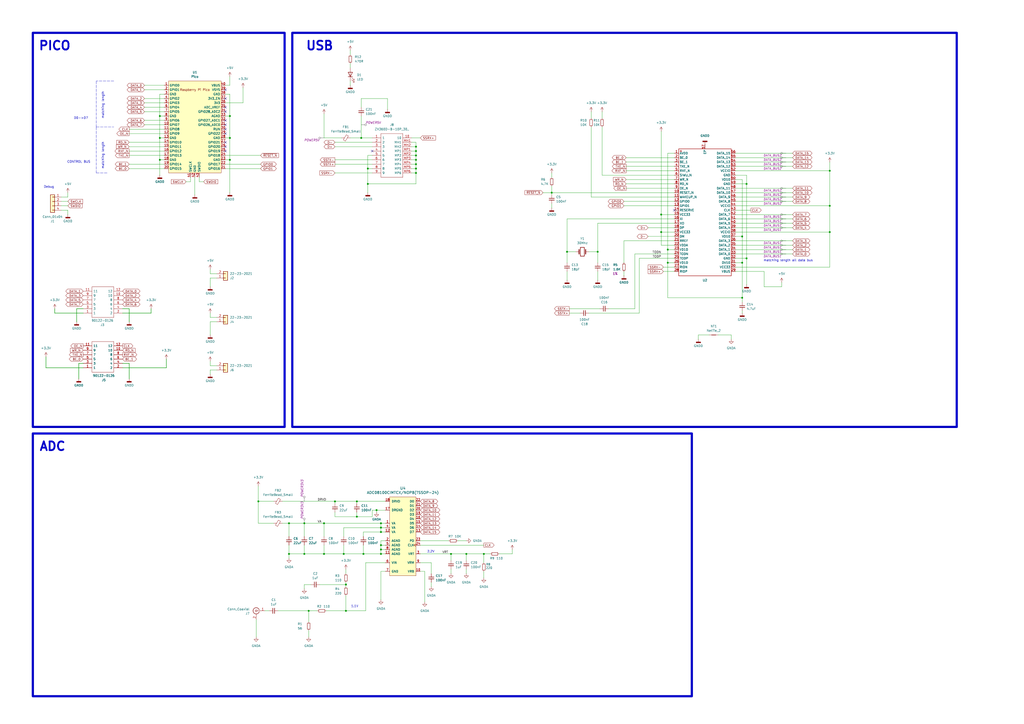
<source format=kicad_sch>
(kicad_sch (version 20231120) (generator "eeschema") (generator_version "8.0")
  (paper "A2")
  (title_block (title "PICO FT600") (date "2024-12-11") (rev "R0.4") (company "ICTAMKY.COM") (comment 1 "By leevawns"))
  (lib_symbols
    (symbol "+3.3V_1" (power) (pin_numbers hide) (pin_names (offset 0) hide)
      (property "Value" "+3.3V" (at 0 3.556 0))
      (symbol "+3.3V_1_1_1"
        (pin power_in line (at 0 0 90) (length 0) (name "~") (number "1"))
      )
    )
    (symbol "+5V_1" (power) (pin_numbers hide) (pin_names (offset 0) hide)
      (property "Value" "+5V" (at 0 3.556 0))
      (symbol "+5V_1_1_1"
        (pin power_in line (at 0 0 90) (length 0) hide (name "+5V") (number "1"))
      )
    )
    (symbol "Connector:Conn_Coaxial" (pin_names (offset 1.016) hide)
      (property "Reference" "J" (at 0.254 3.048 0))
      (property "Value" "Conn_Coaxial" (at 2.921 0 90))
      (symbol "Conn_Coaxial_1_1"
        (pin passive line (at -5.08 0 0) (length 2.54) (name "In") (number "1"))
        (pin passive line (at 0 -5.08 90) (length 2.54) (name "Ext") (number "2"))
      )
    )
    (symbol "Connector_Generic:Conn_01x02" (pin_names (offset 1.016) hide)
      (property "Reference" "J" (at 0 2.54 0))
      (property "Value" "Conn_01x02" (at 0 -5.08 0))
      (symbol "Conn_01x02_1_1"
        (pin passive line (at -5.08 0 0) (length 3.81) (name "Pin_1") (number "1"))
        (pin passive line (at -5.08 -2.54 0) (length 3.81) (name "Pin_2") (number "2"))
      )
    )
    (symbol "Connector_Generic:Conn_01x04" (pin_names (offset 1.016) hide)
      (property "Reference" "J" (at 0 5.08 0))
      (property "Value" "Conn_01x04" (at 0 -7.62 0))
      (symbol "Conn_01x04_1_1"
        (pin passive line (at -5.08 2.54 0) (length 3.81) (name "Pin_1") (number "1"))
        (pin passive line (at -5.08 0 0) (length 3.81) (name "Pin_2") (number "2"))
        (pin passive line (at -5.08 -2.54 0) (length 3.81) (name "Pin_3") (number "3"))
        (pin passive line (at -5.08 -5.08 0) (length 3.81) (name "Pin_4") (number "4"))
      )
    )
    (symbol "Device:C_Small" (pin_numbers hide) (pin_names (offset 0.254) hide)
      (property "Reference" "C" (at 0.254 1.778 0))
      (property "Value" "C_Small" (at 0.254 -2.032 0))
      (symbol "C_Small_1_1"
        (pin passive line (at 0 2.54 270) (length 2.032) (name "~") (number "1"))
        (pin passive line (at 0 -2.54 90) (length 2.032) (name "~") (number "2"))
      )
    )
    (symbol "Device:Crystal" (pin_numbers hide) (pin_names (offset 1.016) hide)
      (property "Reference" "Y" (at 0 3.81 0))
      (property "Value" "Crystal" (at 0 -3.81 0))
      (symbol "Crystal_1_1"
        (pin passive line (at -3.81 0 0) (length 1.27) (name "1") (number "1"))
        (pin passive line (at 3.81 0 180) (length 1.27) (name "2") (number "2"))
      )
    )
    (symbol "Device:FerriteBead_Small" (pin_numbers hide) (pin_names (offset 0))
      (property "Reference" "FB" (at 1.905 1.27 0))
      (property "Value" "FerriteBead_Small" (at 1.905 -1.27 0))
      (symbol "FerriteBead_Small_1_1"
        (pin passive line (at 0 2.54 270) (length 1.27) (name "~") (number "1"))
        (pin passive line (at 0 -2.54 90) (length 1.27) (name "~") (number "2"))
      )
    )
    (symbol "Device:LED" (pin_numbers hide) (pin_names (offset 1.016) hide)
      (property "Reference" "D" (at 0 2.54 0))
      (property "Value" "LED" (at 0 -2.54 0))
      (symbol "LED_1_1"
        (pin passive line (at -3.81 0 0) (length 2.54) (name "K") (number "1"))
        (pin passive line (at 3.81 0 180) (length 2.54) (name "A") (number "2"))
      )
    )
    (symbol "Device:NetTie_2" (pin_numbers hide) (pin_names (offset 0) hide) (in_bom no)
      (property "Reference" "NT" (at 0 1.27 0))
      (property "Value" "NetTie_2" (at 0 -1.27 0))
      (symbol "NetTie_2_1_1"
        (pin passive line (at -2.54 0 0) (length 2.54) (name "1") (number "1"))
        (pin passive line (at 2.54 0 180) (length 2.54) (name "2") (number "2"))
      )
    )
    (symbol "Device:R_Small" (pin_numbers hide) (pin_names (offset 0.254) hide)
      (property "Reference" "R" (at 0.762 0.508 0))
      (property "Value" "R_Small" (at 0.762 -1.016 0))
      (symbol "R_Small_1_1"
        (pin passive line (at 0 2.54 270) (length 0.762) (name "~") (number "1"))
        (pin passive line (at 0 -2.54 90) (length 0.762) (name "~") (number "2"))
      )
    )
    (symbol "ICTAMKY:613012243121" (pin_names (offset 0.762))
      (property "Reference" "J" (at 2.032 -17.018 0))
      (property "Value" "613012243121" (at 1.27 -19.558 0))
      (symbol "613012243121_0_0"
        (pin passive line (at 0 0 0) (length 5.08) (name "1") (number "1"))
        (pin passive line (at 22.86 -10.16 180) (length 5.08) (name "10") (number "10"))
        (pin passive line (at 0 -12.7 0) (length 5.08) (name "11") (number "11"))
        (pin passive line (at 22.86 -12.7 180) (length 5.08) (name "12") (number "12"))
        (pin passive line (at 22.86 0 180) (length 5.08) (name "2") (number "2"))
        (pin passive line (at 0 -2.54 0) (length 5.08) (name "3") (number "3"))
        (pin passive line (at 22.86 -2.54 180) (length 5.08) (name "4") (number "4"))
        (pin passive line (at 0 -5.08 0) (length 5.08) (name "5") (number "5"))
        (pin passive line (at 22.86 -5.08 180) (length 5.08) (name "6") (number "6"))
        (pin passive line (at 0 -7.62 0) (length 5.08) (name "7") (number "7"))
        (pin passive line (at 22.86 -7.62 180) (length 5.08) (name "8") (number "8"))
        (pin passive line (at 0 -10.16 0) (length 5.08) (name "9") (number "9"))
      )
    )
    (symbol "ICTAMKY:ADC08100CIMTCX/NOPB(TSSOP-24)" (pin_names (offset 1.016))
      (property "Reference" "U" (at -5.08 24.13 0))
      (property "Value" "ADC08100CIMTCX/NOPB(TSSOP-24)" (at 0 -25.4 0))
      (symbol "ADC08100CIMTCX/NOPB(TSSOP-24)_1_1"
        (pin power_in line (at -10.16 7.62 0) (length 2.54) (name "VA") (number "1"))
        (pin input line (at 10.16 -20.32 180) (length 2.54) (name "VRB") (number "10"))
        (pin power_in line (at -10.16 -10.16 0) (length 2.54) (name "AGND") (number "11"))
        (pin power_in line (at -10.16 2.54 0) (length 2.54) (name "VA") (number "12"))
        (pin output line (at 10.16 2.54 180) (length 2.54) (name "D7") (number "13"))
        (pin output line (at 10.16 5.08 180) (length 2.54) (name "D6") (number "14"))
        (pin output line (at 10.16 7.62 180) (length 2.54) (name "D5") (number "15"))
        (pin output line (at 10.16 10.16 180) (length 2.54) (name "D4") (number "16"))
        (pin power_in line (at -10.16 15.24 0) (length 2.54) (name "DRGND") (number "17"))
        (pin power_in line (at -10.16 20.32 0) (length 2.54) (name "DRVD") (number "18"))
        (pin output line (at 10.16 12.7 180) (length 2.54) (name "D3") (number "19"))
        (pin power_in line (at -10.16 -2.54 0) (length 2.54) (name "AGND") (number "2"))
        (pin output line (at 10.16 15.24 180) (length 2.54) (name "D2") (number "20"))
        (pin output line (at 10.16 17.78 180) (length 2.54) (name "D1") (number "21"))
        (pin output line (at 10.16 20.32 180) (length 2.54) (name "D0") (number "22"))
        (pin input line (at 10.16 -2.54 180) (length 2.54) (name "PD") (number "23"))
        (pin input clock (at 10.16 -5.08 180) (length 2.54) (name "CLK") (number "24"))
        (pin input line (at 10.16 -10.16 180) (length 2.54) (name "VRT") (number "3"))
        (pin power_in line (at -10.16 5.08 0) (length 2.54) (name "VA") (number "4"))
        (pin power_in line (at -10.16 -5.08 0) (length 2.54) (name "AGND") (number "5"))
        (pin input line (at -10.16 -15.24 0) (length 2.54) (name "VIN") (number "6"))
        (pin power_in line (at -10.16 -20.32 0) (length 2.54) (name "GND") (number "7"))
        (pin power_in line (at -10.16 -7.62 0) (length 2.54) (name "AGND") (number "8"))
        (pin input line (at 10.16 -15.24 180) (length 2.54) (name "VRM") (number "9"))
      )
    )
    (symbol "ICTAMKY:FT600Q-B-T"
      (property "Reference" "U?" (at 0 0 0))
      (symbol "FT600Q-B-T_1_0"
        (pin passive line (at -17.78 34.29 0) (length 2.54) (name "AVDD") (number "1"))
        (pin passive line (at -17.78 11.43 0) (length 2.54) (name "RESET_N") (number "10"))
        (pin passive line (at -17.78 8.89 0) (length 2.54) (name "WAKEUP_N") (number "11"))
        (pin passive line (at -17.78 6.35 0) (length 2.54) (name "GPIO0") (number "12"))
        (pin passive line (at -17.78 3.81 0) (length 2.54) (name "GPIO1") (number "13"))
        (pin passive line (at -17.78 1.27 0) (length 2.54) (name "RESERVE") (number "14"))
        (pin passive line (at -17.78 -1.27 0) (length 2.54) (name "VCC33") (number "15"))
        (pin passive line (at -17.78 -3.81 0) (length 2.54) (name "XI") (number "16"))
        (pin passive line (at -17.78 -6.35 0) (length 2.54) (name "XO") (number "17"))
        (pin passive line (at -17.78 -8.89 0) (length 2.54) (name "DP") (number "18"))
        (pin passive line (at -17.78 -11.43 0) (length 2.54) (name "VCC33") (number "19"))
        (pin passive line (at -17.78 31.75 0) (length 2.54) (name "BE_0") (number "2"))
        (pin passive line (at -17.78 -13.97 0) (length 2.54) (name "DM") (number "20"))
        (pin passive line (at -17.78 -16.51 0) (length 2.54) (name "RREF") (number "21"))
        (pin passive line (at -17.78 -19.05 0) (length 2.54) (name "VDDA") (number "22"))
        (pin passive line (at -17.78 -21.59 0) (length 2.54) (name "VD10") (number "23"))
        (pin passive line (at -17.78 -24.13 0) (length 2.54) (name "TODN") (number "24"))
        (pin passive line (at -17.78 -26.67 0) (length 2.54) (name "TODP") (number "25"))
        (pin passive line (at -17.78 -29.21 0) (length 2.54) (name "VD10") (number "26"))
        (pin passive line (at -17.78 -31.75 0) (length 2.54) (name "RIDN") (number "27"))
        (pin passive line (at -17.78 -34.29 0) (length 2.54) (name "RIDP") (number "28"))
        (pin passive line (at 17.78 -34.29 180) (length 2.54) (name "VBUS") (number "29"))
        (pin passive line (at -17.78 29.21 0) (length 2.54) (name "BE_1") (number "3"))
        (pin passive line (at 17.78 -31.75 180) (length 2.54) (name "VCC33") (number "30"))
        (pin passive line (at 17.78 -29.21 180) (length 2.54) (name "DV10") (number "31"))
        (pin passive line (at 17.78 -26.67 180) (length 2.54) (name "GND") (number "32"))
        (pin passive line (at 17.78 -24.13 180) (length 2.54) (name "DATA_0") (number "33"))
        (pin passive line (at 17.78 -21.59 180) (length 2.54) (name "DATA_1") (number "34"))
        (pin passive line (at 17.78 -19.05 180) (length 2.54) (name "DATA_2") (number "35"))
        (pin passive line (at 17.78 -16.51 180) (length 2.54) (name "DATA_3") (number "36"))
        (pin passive line (at 17.78 -13.97 180) (length 2.54) (name "VD10") (number "37"))
        (pin passive line (at 17.78 -11.43 180) (length 2.54) (name "VCCIO") (number "38"))
        (pin passive line (at 17.78 -8.89 180) (length 2.54) (name "DATA_4") (number "39"))
        (pin passive line (at -17.78 26.67 0) (length 2.54) (name "TXE_N") (number "4"))
        (pin passive line (at 17.78 -6.35 180) (length 2.54) (name "DATA_5") (number "40"))
        (pin passive line (at 17.78 -3.81 180) (length 2.54) (name "DATA_6") (number "41"))
        (pin passive line (at 17.78 -1.27 180) (length 2.54) (name "DATA_7") (number "42"))
        (pin passive line (at 17.78 1.27 180) (length 2.54) (name "CLK") (number "43"))
        (pin passive line (at 17.78 3.81 180) (length 2.54) (name "VCCIO") (number "44"))
        (pin passive line (at 17.78 6.35 180) (length 2.54) (name "DATA_8") (number "45"))
        (pin passive line (at 17.78 8.89 180) (length 2.54) (name "DATA_9") (number "46"))
        (pin passive line (at 17.78 11.43 180) (length 2.54) (name "DATA_10") (number "47"))
        (pin passive line (at 17.78 13.97 180) (length 2.54) (name "DATA_11") (number "48"))
        (pin passive line (at 17.78 16.51 180) (length 2.54) (name "GND") (number "49"))
        (pin passive line (at -17.78 24.13 0) (length 2.54) (name "RXF_N") (number "5"))
        (pin passive line (at 17.78 19.05 180) (length 2.54) (name "VD10") (number "50"))
        (pin passive line (at 17.78 21.59 180) (length 2.54) (name "GND") (number "51"))
        (pin passive line (at 17.78 24.13 180) (length 2.54) (name "VCCIO") (number "52"))
        (pin passive line (at 17.78 26.67 180) (length 2.54) (name "DATA_12") (number "53"))
        (pin passive line (at 17.78 29.21 180) (length 2.54) (name "DATA_13") (number "54"))
        (pin passive line (at 17.78 31.75 180) (length 2.54) (name "DATA_14") (number "55"))
        (pin passive line (at 17.78 34.29 180) (length 2.54) (name "DATA_15") (number "56"))
        (pin passive line (at 0 39.37 270) (length 2.54) (name "EP") (number "57"))
        (pin passive line (at -17.78 21.59 0) (length 2.54) (name "SIWU_N") (number "6"))
        (pin passive line (at -17.78 19.05 0) (length 2.54) (name "WR_N") (number "7"))
        (pin passive line (at -17.78 16.51 0) (length 2.54) (name "RD_N") (number "8"))
        (pin passive line (at -17.78 13.97 0) (length 2.54) (name "OE_N") (number "9"))
      )
    )
    (symbol "PICO_ADC_Test:Pico"
      (property "Reference" "U" (at -13.97 27.94 0))
      (property "Value" "Pico" (at 0 19.05 0))
      (symbol "Pico_0_0"
        (text "Raspberry Pi Pico" (at 0 21.59 0) (effects (font (size 1.27 1.27))))
      )
      (symbol "Pico_1_1"
        (pin bidirectional line (at -17.78 24.13 0) (length 2.54) (name "GPIO0") (number "1"))
        (pin bidirectional line (at -17.78 1.27 0) (length 2.54) (name "GPIO7") (number "10"))
        (pin bidirectional line (at -17.78 -1.27 0) (length 2.54) (name "GPIO8") (number "11"))
        (pin bidirectional line (at -17.78 -3.81 0) (length 2.54) (name "GPIO9") (number "12"))
        (pin power_in line (at -17.78 -6.35 0) (length 2.54) (name "GND") (number "13"))
        (pin bidirectional line (at -17.78 -8.89 0) (length 2.54) (name "GPIO10") (number "14"))
        (pin bidirectional line (at -17.78 -11.43 0) (length 2.54) (name "GPIO11") (number "15"))
        (pin bidirectional line (at -17.78 -13.97 0) (length 2.54) (name "GPIO12") (number "16"))
        (pin bidirectional line (at -17.78 -16.51 0) (length 2.54) (name "GPIO13") (number "17"))
        (pin power_in line (at -17.78 -19.05 0) (length 2.54) (name "GND") (number "18"))
        (pin bidirectional line (at -17.78 -21.59 0) (length 2.54) (name "GPIO14") (number "19"))
        (pin bidirectional line (at -17.78 21.59 0) (length 2.54) (name "GPIO1") (number "2"))
        (pin bidirectional line (at -17.78 -24.13 0) (length 2.54) (name "GPIO15") (number "20"))
        (pin bidirectional line (at 17.78 -24.13 180) (length 2.54) (name "GPIO16") (number "21"))
        (pin bidirectional line (at 17.78 -21.59 180) (length 2.54) (name "GPIO17") (number "22"))
        (pin power_in line (at 17.78 -19.05 180) (length 2.54) (name "GND") (number "23"))
        (pin bidirectional line (at 17.78 -16.51 180) (length 2.54) (name "GPIO18") (number "24"))
        (pin bidirectional line (at 17.78 -13.97 180) (length 2.54) (name "GPIO19") (number "25"))
        (pin bidirectional line (at 17.78 -11.43 180) (length 2.54) (name "GPIO20") (number "26"))
        (pin bidirectional line (at 17.78 -8.89 180) (length 2.54) (name "GPIO21") (number "27"))
        (pin power_in line (at 17.78 -6.35 180) (length 2.54) (name "GND") (number "28"))
        (pin bidirectional line (at 17.78 -3.81 180) (length 2.54) (name "GPIO22") (number "29"))
        (pin power_in line (at -17.78 19.05 0) (length 2.54) (name "GND") (number "3"))
        (pin input line (at 17.78 -1.27 180) (length 2.54) (name "RUN") (number "30"))
        (pin bidirectional line (at 17.78 1.27 180) (length 2.54) (name "GPIO26_ADC0") (number "31"))
        (pin bidirectional line (at 17.78 3.81 180) (length 2.54) (name "GPIO27_ADC1") (number "32"))
        (pin power_in line (at 17.78 6.35 180) (length 2.54) (name "AGND") (number "33"))
        (pin bidirectional line (at 17.78 8.89 180) (length 2.54) (name "GPIO28_ADC2") (number "34"))
        (pin power_in line (at 17.78 11.43 180) (length 2.54) (name "ADC_VREF") (number "35"))
        (pin power_in line (at 17.78 13.97 180) (length 2.54) (name "3V3") (number "36"))
        (pin input line (at 17.78 16.51 180) (length 2.54) (name "3V3_EN") (number "37"))
        (pin bidirectional line (at 17.78 19.05 180) (length 2.54) (name "GND") (number "38"))
        (pin power_in line (at 17.78 21.59 180) (length 2.54) (name "VSYS") (number "39"))
        (pin bidirectional line (at -17.78 16.51 0) (length 2.54) (name "GPIO2") (number "4"))
        (pin power_in line (at 17.78 24.13 180) (length 2.54) (name "VBUS") (number "40"))
        (pin input line (at -2.54 -29.21 90) (length 2.54) (name "SWCLK") (number "41"))
        (pin power_in line (at 0 -29.21 90) (length 2.54) (name "GND") (number "42"))
        (pin bidirectional line (at 2.54 -29.21 90) (length 2.54) (name "SWDIO") (number "43"))
        (pin bidirectional line (at -17.78 13.97 0) (length 2.54) (name "GPIO3") (number "5"))
        (pin bidirectional line (at -17.78 11.43 0) (length 2.54) (name "GPIO4") (number "6"))
        (pin bidirectional line (at -17.78 8.89 0) (length 2.54) (name "GPIO5") (number "7"))
        (pin power_in line (at -17.78 6.35 0) (length 2.54) (name "GND") (number "8"))
        (pin bidirectional line (at -17.78 3.81 0) (length 2.54) (name "GPIO6") (number "9"))
      )
    )
    (symbol "SamacSys_Parts:ZX360D-B-10P_30_" (pin_names (offset 0.762))
      (property "Reference" "J" (at 19.05 7.62 0))
      (property "Value" "ZX360D-B-10P_30_" (at 19.05 5.08 0))
      (symbol "ZX360D-B-10P_30__0_0"
        (pin passive line (at 0 0 0) (length 5.08) (name "1") (number "1"))
        (pin passive line (at 22.86 0 180) (length 5.08) (name "10") (number "10"))
        (pin passive line (at 0 -2.54 0) (length 5.08) (name "2") (number "2"))
        (pin passive line (at 0 -5.08 0) (length 5.08) (name "3") (number "3"))
        (pin passive line (at 0 -7.62 0) (length 5.08) (name "4") (number "4"))
        (pin passive line (at 0 -10.16 0) (length 5.08) (name "5") (number "5"))
        (pin passive line (at 0 -12.7 0) (length 5.08) (name "6") (number "6"))
        (pin passive line (at 0 -15.24 0) (length 5.08) (name "7") (number "7"))
        (pin passive line (at 0 -17.78 0) (length 5.08) (name "8") (number "8"))
        (pin passive line (at 0 -20.32 0) (length 5.08) (name "9") (number "9"))
        (pin passive line (at 22.86 -2.54 180) (length 5.08) (name "MH1") (number "MH1"))
        (pin passive line (at 22.86 -5.08 180) (length 5.08) (name "MH2") (number "MH2"))
        (pin passive line (at 22.86 -7.62 180) (length 5.08) (name "MP1") (number "MP1"))
        (pin passive line (at 22.86 -10.16 180) (length 5.08) (name "MP2") (number "MP2"))
        (pin passive line (at 22.86 -12.7 180) (length 5.08) (name "MP3") (number "MP3"))
        (pin passive line (at 22.86 -15.24 180) (length 5.08) (name "MP4") (number "MP4"))
        (pin passive line (at 22.86 -17.78 180) (length 5.08) (name "MP5") (number "MP5"))
        (pin passive line (at 22.86 -20.32 180) (length 5.08) (name "MP6") (number "MP6"))
      )
    )
    (symbol "power:+3.3V" (power) (pin_names (offset 0))
      (property "Value" "+3.3V" (at 0 3.556 0))
      (symbol "+3.3V_1_1"
        (pin power_in line (at 0 0 90) (length 0) hide (name "+3.3V") (number "1"))
      )
    )
    (symbol "power:+5V" (power) (pin_names (offset 0))
      (property "Value" "+5V" (at 0 3.556 0))
      (symbol "+5V_1_1"
        (pin power_in line (at 0 0 90) (length 0) hide (name "+5V") (number "1"))
      )
    )
    (symbol "power:GNDA" (power) (pin_numbers hide) (pin_names (offset 0) hide)
      (property "Value" "GNDA" (at 0 -3.81 0))
      (symbol "GNDA_1_1"
        (pin power_in line (at 0 0 270) (length 0) (name "~") (number "1"))
      )
    )
    (symbol "power:GNDD" (power) (pin_numbers hide) (pin_names (offset 0) hide)
      (property "Value" "GNDD" (at 0 -3.175 0))
      (symbol "GNDD_1_1"
        (pin power_in line (at 0 0 270) (length 0) (name "~") (number "1"))
      )
    )
  )
  (junction (at 149.86 290.83))
  (junction (at 92.71 92.71))
  (junction (at 387.35 144.78))
  (junction (at 481.33 134.62))
  (junction (at 220.98 306.07))
  (junction (at 133.35 67.31))
  (junction (at 218.44 295.91))
  (junction (at 133.35 92.71))
  (junction (at 187.96 321.31))
  (junction (at 213.36 97.79))
  (junction (at 167.64 321.31))
  (junction (at 167.64 303.53))
  (junction (at 241.3 95.25))
  (junction (at 430.53 172.72))
  (junction (at 220.98 303.53))
  (junction (at 133.35 80.01))
  (junction (at 194.31 290.83))
  (junction (at 481.33 119.38))
  (junction (at 241.3 87.63))
  (junction (at 280.67 321.31))
  (junction (at 176.53 321.31))
  (junction (at 207.01 290.83))
  (junction (at 430.53 152.4))
  (junction (at 430.53 137.16))
  (junction (at 207.01 299.72))
  (junction (at 346.71 146.05))
  (junction (at 328.93 146.05))
  (junction (at 320.04 111.76))
  (junction (at 241.3 92.71))
  (junction (at 199.39 321.31))
  (junction (at 433.07 149.86))
  (junction (at 213.36 106.68))
  (junction (at 210.82 321.31))
  (junction (at 209.55 80.01))
  (junction (at 241.3 90.17))
  (junction (at 383.54 134.62))
  (junction (at 220.98 316.23))
  (junction (at 383.54 124.46))
  (junction (at 270.51 321.31))
  (junction (at 241.3 85.09))
  (junction (at 200.66 354.33))
  (junction (at 433.07 106.68))
  (junction (at 387.35 152.4))
  (junction (at 220.98 308.61))
  (junction (at 220.98 318.77))
  (junction (at 179.07 354.33))
  (junction (at 481.33 99.06))
  (junction (at 92.71 67.31))
  (junction (at 241.3 100.33))
  (junction (at 200.66 339.09))
  (junction (at 92.71 80.01))
  (junction (at 176.53 303.53))
  (junction (at 241.3 97.79))
  (junction (at 220.98 321.31))
  (junction (at 187.96 303.53))
  (junction (at 261.62 321.31))
  (no_connect (at 215.9 87.63))
  (no_connect (at 130.81 87.63))
  (no_connect (at 130.81 62.23))
  (no_connect (at 130.81 74.93))
  (no_connect (at 130.81 57.15))
  (no_connect (at 130.81 52.07))
  (no_connect (at 130.81 64.77))
  (no_connect (at 130.81 82.55))
  (no_connect (at 130.81 77.47))
  (no_connect (at 130.81 85.09))
  (no_connect (at 391.16 121.92))
  (no_connect (at 130.81 69.85))
  (no_connect (at 130.81 72.39))
  (wire (pts (xy 481.33 119.38) (xy 481.33 99.06)))
  (wire (pts (xy 130.81 54.61) (xy 133.35 54.61)))
  (wire (pts (xy 375.92 137.16) (xy 391.16 137.16)))
  (wire (pts (xy 223.52 295.91) (xy 218.44 295.91)))
  (wire (pts (xy 209.55 80.01) (xy 215.9 80.01)))
  (wire (pts (xy 203.2 80.01) (xy 209.55 80.01)))
  (wire (pts (xy 140.97 59.69) (xy 140.97 50.8)))
  (wire (pts (xy 391.16 139.7) (xy 361.95 139.7)))
  (wire (pts (xy 121.92 212.09) (xy 121.92 209.55)))
  (wire (pts (xy 453.39 166.37) (xy 453.39 163.83)))
  (wire (pts (xy 194.31 297.18) (xy 194.31 299.72)))
  (wire (pts (xy 370.84 149.86) (xy 391.16 149.86)))
  (wire (pts (xy 215.9 295.91) (xy 215.9 299.72)))
  (wire (pts (xy 218.44 295.91) (xy 218.44 297.18)))
  (wire (pts (xy 433.07 106.68) (xy 433.07 149.86)))
  (wire (pts (xy 210.82 316.23) (xy 210.82 321.31)))
  (wire (pts (xy 361.95 139.7) (xy 361.95 152.4)))
  (wire (pts (xy 39.37 121.92) (xy 35.56 121.92)))
  (wire (pts (xy 199.39 306.07) (xy 220.98 306.07)))
  (wire (pts (xy 110.49 105.41) (xy 107.95 105.41)))
  (wire (pts (xy 361.95 119.38) (xy 391.16 119.38)))
  (wire (pts (xy 125.73 212.09) (xy 121.92 212.09)))
  (wire (pts (xy 213.36 106.68) (xy 241.3 106.68)))
  (wire (pts (xy 261.62 321.31) (xy 270.51 321.31)))
  (wire (pts (xy 209.55 67.31) (xy 209.55 80.01)))
  (wire (pts (xy 270.51 330.2) (xy 270.51 332.74)))
  (wire (pts (xy 125.73 214.63) (xy 121.92 214.63)))
  (wire (pts (xy 238.76 95.25) (xy 241.3 95.25)))
  (wire (pts (xy 433.07 101.6) (xy 433.07 106.68)))
  (wire (pts (xy 391.16 114.3) (xy 342.9 114.3)))
  (wire (pts (xy 218.44 295.91) (xy 215.9 295.91)))
  (wire (pts (xy 200.66 330.2) (xy 200.66 332.74)))
  (wire (pts (xy 238.76 90.17) (xy 241.3 90.17)))
  (wire (pts (xy 220.98 318.77) (xy 220.98 316.23)))
  (wire (pts (xy 328.93 157.48) (xy 328.93 162.56)))
  (wire (pts (xy 92.71 80.01) (xy 95.25 80.01)))
  (wire (pts (xy 280.67 321.31) (xy 284.48 321.31)))
  (wire (pts (xy 361.95 160.02) (xy 361.95 157.48)))
  (wire (pts (xy 481.33 154.94) (xy 481.33 134.62)))
  (wire (pts (xy 391.16 142.24) (xy 383.54 142.24)))
  (wire (pts (xy 220.98 308.61) (xy 210.82 308.61)))
  (wire (pts (xy 363.22 109.22) (xy 391.16 109.22)))
  (wire (pts (xy 391.16 144.78) (xy 387.35 144.78)))
  (wire (pts (xy 347.98 179.07) (xy 330.2 179.07)))
  (wire (pts (xy 426.72 114.3) (xy 459.74 114.3)))
  (wire (pts (xy 113.03 102.87) (xy 113.03 113.03)))
  (wire (pts (xy 167.64 321.31) (xy 176.53 321.31)))
  (wire (pts (xy 368.3 147.32) (xy 368.3 179.07)))
  (wire (pts (xy 220.98 331.47) (xy 220.98 347.98)))
  (wire (pts (xy 92.71 54.61) (xy 92.71 67.31)))
  (wire (pts (xy 130.81 67.31) (xy 133.35 67.31)))
  (wire (pts (xy 387.35 152.4) (xy 387.35 172.72)))
  (wire (pts (xy 92.71 80.01) (xy 92.71 92.71)))
  (wire (pts (xy 194.31 95.25) (xy 215.9 95.25)))
  (wire (pts (xy 203.2 36.83) (xy 203.2 39.37)))
  (wire (pts (xy 238.76 92.71) (xy 241.3 92.71)))
  (wire (pts (xy 210.82 321.31) (xy 220.98 321.31)))
  (wire (pts (xy 426.72 154.94) (xy 481.33 154.94)))
  (wire (pts (xy 199.39 321.31) (xy 210.82 321.31)))
  (wire (pts (xy 179.07 360.68) (xy 179.07 354.33)))
  (wire (pts (xy 176.53 316.23) (xy 176.53 321.31)))
  (wire (pts (xy 187.96 80.01) (xy 187.96 66.04)))
  (wire (pts (xy 167.64 303.53) (xy 163.83 303.53)))
  (wire (pts (xy 370.84 149.86) (xy 370.84 181.61)))
  (wire (pts (xy 194.31 100.33) (xy 215.9 100.33)))
  (wire (pts (xy 130.81 95.25) (xy 151.13 95.25)))
  (wire (pts (xy 430.53 181.61) (xy 430.53 180.34)))
  (wire (pts (xy 95.25 74.93) (xy 74.93 74.93)))
  (wire (pts (xy 349.25 64.77) (xy 349.25 68.58)))
  (wire (pts (xy 426.72 96.52) (xy 459.74 96.52)))
  (wire (pts (xy 241.3 82.55) (xy 238.76 82.55)))
  (wire (pts (xy 158.75 303.53) (xy 149.86 303.53)))
  (polyline (pts (xy 55.88 46.99) (xy 55.88 73.66)) (stroke (width 0) (type dash)))
  (wire (pts (xy 74.93 179.07) (xy 74.93 186.69)) (stroke (width 0.254)))
  (wire (pts (xy 220.98 313.69) (xy 223.52 313.69)))
  (wire (pts (xy 430.53 104.14) (xy 430.53 137.16)))
  (wire (pts (xy 243.84 316.23) (xy 280.67 316.23)))
  (wire (pts (xy 405.13 196.85) (xy 405.13 194.31)))
  (wire (pts (xy 207.01 290.83) (xy 207.01 292.1)))
  (wire (pts (xy 39.37 124.46) (xy 39.37 121.92)))
  (wire (pts (xy 187.96 316.23) (xy 187.96 321.31)))
  (wire (pts (xy 346.71 146.05) (xy 346.71 152.4)))
  (wire (pts (xy 387.35 88.9) (xy 387.35 144.78)))
  (wire (pts (xy 426.72 152.4) (xy 430.53 152.4)))
  (wire (pts (xy 426.72 142.24) (xy 459.74 142.24)))
  (wire (pts (xy 426.72 144.78) (xy 459.74 144.78)))
  (wire (pts (xy 443.23 166.37) (xy 453.39 166.37)))
  (wire (pts (xy 481.33 134.62) (xy 481.33 119.38)))
  (wire (pts (xy 215.9 299.72) (xy 207.01 299.72)))
  (wire (pts (xy 95.25 77.47) (xy 74.93 77.47)))
  (wire (pts (xy 163.83 290.83) (xy 194.31 290.83)))
  (wire (pts (xy 250.19 326.39) (xy 243.84 326.39)))
  (wire (pts (xy 224.79 57.15) (xy 209.55 57.15)))
  (wire (pts (xy 149.86 281.94) (xy 149.86 290.83)))
  (wire (pts (xy 95.25 54.61) (xy 92.71 54.61)))
  (wire (pts (xy 179.07 354.33) (xy 184.15 354.33)))
  (wire (pts (xy 95.25 87.63) (xy 74.93 87.63)))
  (wire (pts (xy 353.06 179.07) (xy 368.3 179.07)))
  (wire (pts (xy 220.98 318.77) (xy 223.52 318.77)))
  (wire (pts (xy 342.9 64.77) (xy 342.9 68.58)))
  (wire (pts (xy 349.25 73.66) (xy 349.25 101.6)))
  (wire (pts (xy 314.96 111.76) (xy 320.04 111.76)))
  (wire (pts (xy 243.84 313.69) (xy 260.35 313.69)))
  (wire (pts (xy 121.92 186.69) (xy 121.92 194.31)))
  (wire (pts (xy 241.3 85.09) (xy 241.3 82.55)))
  (wire (pts (xy 176.53 303.53) (xy 167.64 303.53)))
  (wire (pts (xy 95.25 95.25) (xy 74.93 95.25)))
  (wire (pts (xy 209.55 57.15) (xy 209.55 62.23)))
  (wire (pts (xy 320.04 100.33) (xy 320.04 102.87)))
  (wire (pts (xy 261.62 321.31) (xy 261.62 325.12)))
  (wire (pts (xy 199.39 316.23) (xy 199.39 321.31)))
  (wire (pts (xy 121.92 158.75) (xy 121.92 156.21)))
  (wire (pts (xy 250.19 332.74) (xy 250.19 326.39)))
  (wire (pts (xy 426.72 139.7) (xy 459.74 139.7)))
  (wire (pts (xy 426.72 124.46) (xy 459.74 124.46)))
  (wire (pts (xy 35.56 114.3) (xy 39.37 114.3)))
  (wire (pts (xy 328.93 146.05) (xy 328.93 152.4)))
  (wire (pts (xy 71.12 210.82) (xy 74.93 210.82)) (stroke (width 0.254)))
  (wire (pts (xy 320.04 111.76) (xy 320.04 107.95)))
  (wire (pts (xy 238.76 100.33) (xy 241.3 100.33)))
  (wire (pts (xy 74.93 210.82) (xy 74.93 219.71)) (stroke (width 0.254)))
  (wire (pts (xy 153.67 354.33) (xy 156.21 354.33)))
  (wire (pts (xy 384.81 157.48) (xy 391.16 157.48)))
  (wire (pts (xy 363.22 104.14) (xy 391.16 104.14)))
  (wire (pts (xy 426.72 129.54) (xy 459.74 129.54)))
  (wire (pts (xy 167.64 316.23) (xy 167.64 321.31)))
  (wire (pts (xy 83.82 72.39) (xy 95.25 72.39)))
  (wire (pts (xy 426.72 116.84) (xy 459.74 116.84)))
  (wire (pts (xy 223.52 331.47) (xy 220.98 331.47)))
  (wire (pts (xy 270.51 321.31) (xy 270.51 325.12)))
  (wire (pts (xy 391.16 99.06) (xy 363.22 99.06)))
  (wire (pts (xy 210.82 308.61) (xy 210.82 311.15)))
  (wire (pts (xy 125.73 158.75) (xy 121.92 158.75)))
  (wire (pts (xy 223.52 321.31) (xy 220.98 321.31)))
  (wire (pts (xy 426.72 99.06) (xy 481.33 99.06)))
  (wire (pts (xy 280.67 331.47) (xy 280.67 335.28)))
  (wire (pts (xy 280.67 321.31) (xy 280.67 326.39)))
  (wire (pts (xy 215.9 90.17) (xy 213.36 90.17)))
  (wire (pts (xy 133.35 54.61) (xy 133.35 67.31)))
  (wire (pts (xy 179.07 369.57) (xy 179.07 365.76)))
  (wire (pts (xy 121.92 214.63) (xy 121.92 217.17)))
  (wire (pts (xy 375.92 132.08) (xy 391.16 132.08)))
  (wire (pts (xy 430.53 175.26) (xy 430.53 172.72)))
  (wire (pts (xy 133.35 67.31) (xy 133.35 80.01)))
  (wire (pts (xy 213.36 97.79) (xy 215.9 97.79)))
  (wire (pts (xy 238.76 87.63) (xy 241.3 87.63)))
  (wire (pts (xy 426.72 134.62) (xy 481.33 134.62)))
  (wire (pts (xy 176.53 303.53) (xy 187.96 303.53)))
  (wire (pts (xy 426.72 101.6) (xy 433.07 101.6)))
  (wire (pts (xy 241.3 90.17) (xy 241.3 87.63)))
  (wire (pts (xy 297.18 321.31) (xy 297.18 318.77)))
  (wire (pts (xy 270.51 321.31) (xy 280.67 321.31)))
  (wire (pts (xy 48.26 179.07) (xy 44.45 179.07)) (stroke (width 0.254)))
  (wire (pts (xy 212.09 326.39) (xy 223.52 326.39)))
  (wire (pts (xy 110.49 102.87) (xy 110.49 105.41)))
  (wire (pts (xy 426.72 109.22) (xy 459.74 109.22)))
  (wire (pts (xy 426.72 132.08) (xy 459.74 132.08)))
  (wire (pts (xy 223.52 290.83) (xy 207.01 290.83)))
  (wire (pts (xy 241.3 92.71) (xy 241.3 90.17)))
  (wire (pts (xy 265.43 313.69) (xy 270.51 313.69)))
  (wire (pts (xy 384.81 154.94) (xy 391.16 154.94)))
  (wire (pts (xy 31.75 179.07) (xy 31.75 181.61)) (stroke (width 0.254)))
  (wire (pts (xy 241.3 97.79) (xy 241.3 95.25)))
  (wire (pts (xy 83.82 69.85) (xy 95.25 69.85)))
  (wire (pts (xy 149.86 290.83) (xy 158.75 290.83)))
  (wire (pts (xy 194.31 299.72) (xy 207.01 299.72)))
  (wire (pts (xy 83.82 52.07) (xy 95.25 52.07)))
  (wire (pts (xy 130.81 97.79) (xy 151.13 97.79)))
  (wire (pts (xy 328.93 127) (xy 328.93 146.05)))
  (wire (pts (xy 387.35 144.78) (xy 387.35 152.4)))
  (wire (pts (xy 391.16 96.52) (xy 363.22 96.52)))
  (wire (pts (xy 121.92 161.29) (xy 121.92 166.37)))
  (wire (pts (xy 363.22 93.98) (xy 391.16 93.98)))
  (wire (pts (xy 223.52 308.61) (xy 220.98 308.61)))
  (wire (pts (xy 71.12 179.07) (xy 74.93 179.07)) (stroke (width 0.254)))
  (wire (pts (xy 220.98 306.07) (xy 223.52 306.07)))
  (wire (pts (xy 176.53 303.53) (xy 176.53 311.15)))
  (wire (pts (xy 430.53 137.16) (xy 430.53 152.4)))
  (wire (pts (xy 320.04 118.11) (xy 320.04 120.65)))
  (wire (pts (xy 346.71 157.48) (xy 346.71 162.56)))
  (wire (pts (xy 176.53 339.09) (xy 176.53 341.63)))
  (wire (pts (xy 187.96 303.53) (xy 220.98 303.53)))
  (wire (pts (xy 243.84 331.47) (xy 246.38 331.47)))
  (wire (pts (xy 481.33 99.06) (xy 481.33 93.98)))
  (wire (pts (xy 241.3 95.25) (xy 241.3 92.71)))
  (wire (pts (xy 95.25 85.09) (xy 74.93 85.09)))
  (wire (pts (xy 92.71 92.71) (xy 92.71 101.6)))
  (wire (pts (xy 383.54 76.2) (xy 383.54 124.46)))
  (wire (pts (xy 194.31 85.09) (xy 215.9 85.09)))
  (wire (pts (xy 213.36 106.68) (xy 213.36 111.76)))
  (wire (pts (xy 368.3 147.32) (xy 391.16 147.32)))
  (wire (pts (xy 96.52 213.36) (xy 96.52 208.28)) (stroke (width 0.254)))
  (polyline (pts (xy 55.88 73.66) (xy 66.04 73.66)) (stroke (width 0) (type dash)))
  (wire (pts (xy 83.82 57.15) (xy 95.25 57.15)))
  (polyline (pts (xy 66.04 46.99) (xy 55.88 46.99)) (stroke (width 0) (type dash)))
  (wire (pts (xy 95.25 82.55) (xy 74.93 82.55)))
  (wire (pts (xy 416.56 194.31) (xy 424.18 194.31)))
  (wire (pts (xy 200.66 354.33) (xy 212.09 354.33)))
  (wire (pts (xy 125.73 184.15) (xy 121.92 184.15)))
  (wire (pts (xy 130.81 90.17) (xy 151.13 90.17)))
  (wire (pts (xy 426.72 149.86) (xy 433.07 149.86)))
  (wire (pts (xy 328.93 127) (xy 391.16 127)))
  (wire (pts (xy 176.53 321.31) (xy 187.96 321.31)))
  (wire (pts (xy 194.31 92.71) (xy 215.9 92.71)))
  (wire (pts (xy 200.66 339.09) (xy 200.66 340.36)))
  (wire (pts (xy 383.54 142.24) (xy 383.54 134.62)))
  (wire (pts (xy 443.23 157.48) (xy 443.23 166.37)))
  (wire (pts (xy 391.16 101.6) (xy 349.25 101.6)))
  (wire (pts (xy 426.72 157.48) (xy 443.23 157.48)))
  (wire (pts (xy 44.45 179.07) (xy 44.45 186.69)) (stroke (width 0.254)))
  (wire (pts (xy 289.56 321.31) (xy 297.18 321.31)))
  (polyline (pts (xy 55.88 73.66) (xy 55.88 100.33)) (stroke (width 0) (type dash)))
  (wire (pts (xy 426.72 119.38) (xy 481.33 119.38)))
  (wire (pts (xy 405.13 194.31) (xy 411.48 194.31)))
  (wire (pts (xy 213.36 97.79) (xy 213.36 106.68)))
  (wire (pts (xy 426.72 127) (xy 459.74 127)))
  (wire (pts (xy 220.98 321.31) (xy 220.98 318.77)))
  (wire (pts (xy 200.66 337.82) (xy 200.66 339.09)))
  (wire (pts (xy 35.56 119.38) (xy 39.37 119.38)))
  (wire (pts (xy 320.04 111.76) (xy 391.16 111.76)))
  (wire (pts (xy 426.72 104.14) (xy 430.53 104.14)))
  (wire (pts (xy 203.2 49.53) (xy 203.2 46.99)))
  (wire (pts (xy 243.84 80.01) (xy 238.76 80.01)))
  (wire (pts (xy 130.81 92.71) (xy 133.35 92.71)))
  (wire (pts (xy 115.57 105.41) (xy 118.11 105.41)))
  (wire (pts (xy 95.25 90.17) (xy 74.93 90.17)))
  (wire (pts (xy 194.31 292.1) (xy 194.31 290.83)))
  (wire (pts (xy 87.63 179.07) (xy 87.63 181.61)) (stroke (width 0.254)))
  (wire (pts (xy 426.72 106.68) (xy 433.07 106.68)))
  (wire (pts (xy 185.42 339.09) (xy 200.66 339.09)))
  (wire (pts (xy 200.66 345.44) (xy 200.66 354.33)))
  (polyline (pts (xy 55.88 100.33) (xy 62.23 100.33)) (stroke (width 0) (type dash)))
  (wire (pts (xy 213.36 90.17) (xy 213.36 97.79)))
  (wire (pts (xy 115.57 102.87) (xy 115.57 105.41)))
  (wire (pts (xy 194.31 290.83) (xy 207.01 290.83)))
  (wire (pts (xy 424.18 194.31) (xy 424.18 196.85)))
  (wire (pts (xy 220.98 303.53) (xy 220.98 306.07)))
  (wire (pts (xy 426.72 111.76) (xy 459.74 111.76)))
  (wire (pts (xy 83.82 64.77) (xy 95.25 64.77)))
  (wire (pts (xy 121.92 184.15) (xy 121.92 181.61)))
  (wire (pts (xy 363.22 91.44) (xy 391.16 91.44)))
  (wire (pts (xy 241.3 87.63) (xy 241.3 85.09)))
  (wire (pts (xy 426.72 88.9) (xy 459.74 88.9)))
  (wire (pts (xy 133.35 80.01) (xy 130.81 80.01)))
  (wire (pts (xy 261.62 330.2) (xy 261.62 332.74)))
  (wire (pts (xy 241.3 100.33) (xy 241.3 97.79)))
  (wire (pts (xy 203.2 29.21) (xy 203.2 31.75)))
  (wire (pts (xy 26.67 213.36) (xy 48.26 213.36)) (stroke (width 0.254)))
  (wire (pts (xy 87.63 181.61) (xy 71.12 181.61)) (stroke (width 0.254)))
  (wire (pts (xy 187.96 321.31) (xy 199.39 321.31)))
  (wire (pts (xy 45.72 210.82) (xy 45.72 219.71)) (stroke (width 0.254)))
  (wire (pts (xy 361.95 116.84) (xy 391.16 116.84)))
  (wire (pts (xy 426.72 91.44) (xy 459.74 91.44)))
  (wire (pts (xy 161.29 354.33) (xy 179.07 354.33)))
  (wire (pts (xy 220.98 306.07) (xy 220.98 308.61)))
  (wire (pts (xy 220.98 316.23) (xy 223.52 316.23)))
  (wire (pts (xy 250.19 337.82) (xy 250.19 340.36)))
  (wire (pts (xy 370.84 181.61) (xy 341.63 181.61)))
  (wire (pts (xy 31.75 181.61) (xy 48.26 181.61)) (stroke (width 0.254)))
  (wire (pts (xy 35.56 116.84) (xy 39.37 116.84)))
  (wire (pts (xy 130.81 59.69) (xy 140.97 59.69)))
  (wire (pts (xy 346.71 129.54) (xy 391.16 129.54)))
  (wire (pts (xy 148.59 359.41) (xy 148.59 369.57)))
  (wire (pts (xy 387.35 152.4) (xy 391.16 152.4)))
  (wire (pts (xy 342.9 73.66) (xy 342.9 114.3)))
  (wire (pts (xy 212.09 326.39) (xy 212.09 354.33)))
  (wire (pts (xy 149.86 303.53) (xy 149.86 290.83)))
  (wire (pts (xy 243.84 321.31) (xy 261.62 321.31)))
  (wire (pts (xy 189.23 354.33) (xy 200.66 354.33)))
  (wire (pts (xy 238.76 85.09) (xy 241.3 85.09)))
  (wire (pts (xy 83.82 59.69) (xy 95.25 59.69)))
  (wire (pts (xy 92.71 67.31) (xy 95.25 67.31)))
  (wire (pts (xy 133.35 49.53) (xy 130.81 49.53)))
  (wire (pts (xy 241.3 106.68) (xy 241.3 100.33)))
  (wire (pts (xy 346.71 129.54) (xy 346.71 146.05)))
  (wire (pts (xy 26.67 207.01) (xy 26.67 213.36)) (stroke (width 0.254)))
  (wire (pts (xy 133.35 44.45) (xy 133.35 49.53)))
  (wire (pts (xy 207.01 297.18) (xy 207.01 299.72)))
  (wire (pts (xy 433.07 149.86) (xy 433.07 165.1)))
  (wire (pts (xy 199.39 306.07) (xy 199.39 311.15)))
  (wire (pts (xy 167.64 321.31) (xy 167.64 323.85)))
  (wire (pts (xy 346.71 146.05) (xy 341.63 146.05)))
  (wire (pts (xy 430.53 172.72) (xy 387.35 172.72)))
  (wire (pts (xy 167.64 303.53) (xy 167.64 311.15)))
  (wire (pts (xy 95.25 97.79) (xy 74.93 97.79)))
  (wire (pts (xy 363.22 106.68) (xy 391.16 106.68)))
  (wire (pts (xy 125.73 186.69) (xy 121.92 186.69)))
  (wire (pts (xy 383.54 124.46) (xy 391.16 124.46)))
  (wire (pts (xy 48.26 210.82) (xy 45.72 210.82)) (stroke (width 0.254)))
  (wire (pts (xy 336.55 181.61) (xy 330.2 181.61)))
  (wire (pts (xy 133.35 92.71) (xy 133.35 111.76)))
  (wire (pts (xy 187.96 303.53) (xy 187.96 311.15)))
  (wire (pts (xy 83.82 62.23) (xy 95.25 62.23)))
  (wire (pts (xy 92.71 67.31) (xy 92.71 80.01)))
  (wire (pts (xy 320.04 111.76) (xy 320.04 113.03)))
  (wire (pts (xy 133.35 92.71) (xy 133.35 80.01)))
  (wire (pts (xy 238.76 97.79) (xy 241.3 97.79)))
  (wire (pts (xy 92.71 92.71) (xy 95.25 92.71)))
  (wire (pts (xy 220.98 316.23) (xy 220.98 313.69)))
  (wire (pts (xy 391.16 134.62) (xy 383.54 134.62)))
  (wire (pts (xy 71.12 213.36) (xy 96.52 213.36)) (stroke (width 0.254)))
  (wire (pts (xy 220.98 303.53) (xy 223.52 303.53)))
  (wire (pts (xy 383.54 134.62) (xy 383.54 124.46)))
  (wire (pts (xy 426.72 121.92) (xy 435.61 121.92)))
  (wire (pts (xy 426.72 147.32) (xy 459.74 147.32)))
  (wire (pts (xy 83.82 49.53) (xy 95.25 49.53)))
  (wire (pts (xy 194.31 82.55) (xy 215.9 82.55)))
  (wire (pts (xy 180.34 339.09) (xy 176.53 339.09)))
  (wire (pts (xy 426.72 137.16) (xy 430.53 137.16)))
  (wire (pts (xy 187.96 80.01) (xy 198.12 80.01)))
  (wire (pts (xy 328.93 146.05) (xy 334.01 146.05)))
  (wire (pts (xy 430.53 152.4) (xy 430.53 172.72)))
  (wire (pts (xy 246.38 331.47) (xy 246.38 349.25)))
  (wire (pts (xy 426.72 93.98) (xy 459.74 93.98)))
  (wire (pts (xy 391.16 88.9) (xy 387.35 88.9)))
  (wire (pts (xy 224.79 63.5) (xy 224.79 57.15)))
  (wire (pts (xy 39.37 114.3) (xy 39.37 111.76)))
  (wire (pts (xy 125.73 161.29) (xy 121.92 161.29)))
  (rectangle (start 19.05 251.46) (end 401.32 403.86) (stroke (width 1.27)))
  (rectangle (start 169.545 19.05) (end 554.99 247.65) (stroke (width 1.27)))
  (rectangle (start 19.05 19.05) (end 165.1 247.65) (stroke (width 1.27)))
  (text "ADC" (at 30.48 259.08 0) (effects (font (size 5.08 5.08) (thickness 1.016) (bold yes))))
  (text "CONTROL BUS" (at 45.72 93.98 0) (effects (font (size 1.27 1.27))))
  (text "USB" (at 185.42 26.67 0) (effects (font (size 5.08 5.08) (thickness 1.016) (bold yes))))
  (text "matching length" (at 59.69 60.96 90) (effects (font (size 1.27 1.27))))
  (text "2.2V" (at 249.936 320.04 0) (effects (font (size 1.27 1.27))))
  (text "PICO" (at 31.75 26.67 0) (effects (font (size 5.08 5.08) (thickness 1.016) (bold yes))))
  (text "1.1V" (at 205.74 351.79 0) (effects (font (size 1.27 1.27))))
  (text "Debug" (at 25.4 109.22 0) (effects (font (size 1.27 1.27)) (justify left bottom)))
  (text "matching length all data bus" (at 457.2 151.13 0) (effects (font (size 1.27 1.27))))
  (text "D0->D7" (at 46.99 68.58 0) (effects (font (size 1.27 1.27))))
  (text "matching length" (at 59.69 90.17 90) (effects (font (size 1.27 1.27))))
  (label "TODN" (at 383.54 147.32 180))
  (label "TODP" (at 383.54 149.86 180))
  (label "VA" (at 184.15 303.53 0))
  (label "DRVD" (at 184.15 290.83 0))
  (label "VRT" (at 256.54 321.31 0))
  (global_label "BE_0" (shape bidirectional) (at 74.93 97.79 180) (property "Intersheetrefs" "${INTERSHEET_REFS}" (effects (hide yes))))
  (global_label "SSRX-" (shape input) (at 194.31 100.33 180) (property "Intersheetrefs" "${INTERSHEET_REFS}" (effects (hide yes))))
  (global_label "DATA_0" (shape bidirectional) (at 459.74 147.32 0) (property "Intersheetrefs" "${INTERSHEET_REFS}" (effects (hide yes))))
  (global_label "DATA_3" (shape bidirectional) (at 459.74 139.7 0) (property "Intersheetrefs" "${INTERSHEET_REFS}" (effects (hide yes))))
  (global_label "WR_N" (shape input) (at 363.22 104.14 180) (property "Intersheetrefs" "${INTERSHEET_REFS}" (effects (hide yes))))
  (global_label "DATA_6" (shape bidirectional) (at 71.12 176.53 0) (property "Intersheetrefs" "${INTERSHEET_REFS}" (effects (hide yes))))
  (global_label "DATA_2" (shape bidirectional) (at 83.82 57.15 180) (property "Intersheetrefs" "${INTERSHEET_REFS}" (effects (hide yes))))
  (global_label "DATA_2" (shape bidirectional) (at 459.74 142.24 0) (property "Intersheetrefs" "${INTERSHEET_REFS}" (effects (hide yes))))
  (global_label "CLK" (shape output) (at 280.67 316.23 0) (property "Intersheetrefs" "${INTERSHEET_REFS}" (effects (hide yes))))
  (global_label "DATA_1" (shape bidirectional) (at 459.74 144.78 0) (property "Intersheetrefs" "${INTERSHEET_REFS}" (effects (hide yes))))
  (global_label "DATA_15" (shape bidirectional) (at 459.74 88.9 0) (property "Intersheetrefs" "${INTERSHEET_REFS}" (effects (hide yes))))
  (global_label "DATA_13" (shape bidirectional) (at 243.84 303.53 0) (property "Intersheetrefs" "${INTERSHEET_REFS}" (effects (hide yes))))
  (global_label "WR_N" (shape input) (at 74.93 85.09 180) (property "Intersheetrefs" "${INTERSHEET_REFS}" (effects (hide yes))))
  (global_label "DATA_1" (shape bidirectional) (at 48.26 168.91 180) (property "Intersheetrefs" "${INTERSHEET_REFS}" (effects (hide yes))))
  (global_label "DATA_13" (shape bidirectional) (at 459.74 93.98 0) (property "Intersheetrefs" "${INTERSHEET_REFS}" (effects (hide yes))))
  (global_label "SSRX+" (shape input) (at 243.84 80.01 0) (property "Intersheetrefs" "${INTERSHEET_REFS}" (effects (hide yes))))
  (global_label "DATA_9" (shape bidirectional) (at 459.74 114.3 0) (property "Intersheetrefs" "${INTERSHEET_REFS}" (effects (hide yes))))
  (global_label "DATA_7" (shape bidirectional) (at 48.26 176.53 180) (property "Intersheetrefs" "${INTERSHEET_REFS}" (effects (hide yes))))
  (global_label "CLK" (shape output) (at 435.61 121.92 0) (property "Intersheetrefs" "${INTERSHEET_REFS}" (effects (hide yes))))
  (global_label "DATA_0" (shape bidirectional) (at 71.12 168.91 0) (property "Intersheetrefs" "${INTERSHEET_REFS}" (effects (hide yes))))
  (global_label "DATA_4" (shape bidirectional) (at 459.74 132.08 0) (property "Intersheetrefs" "${INTERSHEET_REFS}" (effects (hide yes))))
  (global_label "DATA_0" (shape bidirectional) (at 83.82 49.53 180) (property "Intersheetrefs" "${INTERSHEET_REFS}" (effects (hide yes))))
  (global_label "BE_1" (shape bidirectional) (at 74.93 95.25 180) (property "Intersheetrefs" "${INTERSHEET_REFS}" (effects (hide yes))))
  (global_label "DATA_6" (shape bidirectional) (at 459.74 127 0) (property "Intersheetrefs" "${INTERSHEET_REFS}" (effects (hide yes))))
  (global_label "SWDIO" (shape input) (at 118.11 105.41 0) (property "Intersheetrefs" "${INTERSHEET_REFS}" (effects (hide yes))))
  (global_label "TXE_N" (shape output) (at 363.22 96.52 180) (property "Intersheetrefs" "${INTERSHEET_REFS}" (effects (hide yes))))
  (global_label "D+" (shape bidirectional) (at 194.31 85.09 180) (property "Intersheetrefs" "${INTERSHEET_REFS}" (effects (hide yes))))
  (global_label "DATA_11" (shape bidirectional) (at 459.74 109.22 0) (property "Intersheetrefs" "${INTERSHEET_REFS}" (effects (hide yes))))
  (global_label "SSTX+" (shape output) (at 330.2 181.61 180) (property "Intersheetrefs" "${INTERSHEET_REFS}" (effects (hide yes))))
  (global_label "RXF_N" (shape output) (at 71.12 205.74 0) (property "Intersheetrefs" "${INTERSHEET_REFS}" (effects (hide yes))))
  (global_label "SSTX+" (shape output) (at 194.31 95.25 180) (property "Intersheetrefs" "${INTERSHEET_REFS}" (effects (hide yes))))
  (global_label "TXE_N" (shape output) (at 74.93 90.17 180) (property "Intersheetrefs" "${INTERSHEET_REFS}" (effects (hide yes))))
  (global_label "DATA_4" (shape bidirectional) (at 71.12 173.99 0) (property "Intersheetrefs" "${INTERSHEET_REFS}" (effects (hide yes))))
  (global_label "DATA_10" (shape bidirectional) (at 459.74 111.76 0) (property "Intersheetrefs" "${INTERSHEET_REFS}" (effects (hide yes))))
  (global_label "SWDIO" (shape input) (at 39.37 119.38 0) (property "Intersheetrefs" "${INTERSHEET_REFS}" (effects (hide yes))))
  (global_label "BE_0" (shape bidirectional) (at 363.22 91.44 180) (property "Intersheetrefs" "${INTERSHEET_REFS}" (effects (hide yes))))
  (global_label "DATA_14" (shape bidirectional) (at 243.84 306.07 0) (property "Intersheetrefs" "${INTERSHEET_REFS}" (effects (hide yes))))
  (global_label "DATA_7" (shape bidirectional) (at 459.74 124.46 0) (property "Intersheetrefs" "${INTERSHEET_REFS}" (effects (hide yes))))
  (global_label "DATA_9" (shape bidirectional) (at 243.84 293.37 0) (property "Intersheetrefs" "${INTERSHEET_REFS}" (effects (hide yes))))
  (global_label "SSRX-" (shape input) (at 384.81 154.94 180) (property "Intersheetrefs" "${INTERSHEET_REFS}" (effects (hide yes))))
  (global_label "RD_N" (shape input) (at 74.93 82.55 180) (property "Intersheetrefs" "${INTERSHEET_REFS}" (effects (hide yes))))
  (global_label "DATA_4" (shape bidirectional) (at 83.82 62.23 180) (property "Intersheetrefs" "${INTERSHEET_REFS}" (effects (hide yes))))
  (global_label "WR_N" (shape input) (at 48.26 203.2 180) (property "Intersheetrefs" "${INTERSHEET_REFS}" (effects (hide yes))))
  (global_label "DATA_1" (shape bidirectional) (at 83.82 52.07 180) (property "Intersheetrefs" "${INTERSHEET_REFS}" (effects (hide yes))))
  (global_label "DATA_10" (shape bidirectional) (at 243.84 295.91 0) (property "Intersheetrefs" "${INTERSHEET_REFS}" (effects (hide yes))))
  (global_label "DATA_12" (shape bidirectional) (at 243.84 300.99 0) (property "Intersheetrefs" "${INTERSHEET_REFS}" (effects (hide yes))))
  (global_label "CLK" (shape output) (at 74.93 74.93 180) (property "Intersheetrefs" "${INTERSHEET_REFS}" (effects (hide yes))))
  (global_label "DATA_5" (shape bidirectional) (at 459.74 129.54 0) (property "Intersheetrefs" "${INTERSHEET_REFS}" (effects (hide yes))))
  (global_label "TXE_N" (shape output) (at 48.26 205.74 180) (property "Intersheetrefs" "${INTERSHEET_REFS}" (effects (hide yes))))
  (global_label "OE_N" (shape output) (at 48.26 200.66 180) (property "Intersheetrefs" "${INTERSHEET_REFS}" (effects (hide yes))))
  (global_label "RD_N" (shape input) (at 363.22 106.68 180) (property "Intersheetrefs" "${INTERSHEET_REFS}" (effects (hide yes))))
  (global_label "SSTX-" (shape output) (at 194.31 92.71 180) (property "Intersheetrefs" "${INTERSHEET_REFS}" (effects (hide yes))))
  (global_label "BE_1" (shape bidirectional) (at 71.12 208.28 0) (property "Intersheetrefs" "${INTERSHEET_REFS}" (effects (hide yes))))
  (global_label "RXF_N" (shape output) (at 363.22 99.06 180) (property "Intersheetrefs" "${INTERSHEET_REFS}" (effects (hide yes))))
  (global_label "DATA_6" (shape bidirectional) (at 83.82 69.85 180) (property "Intersheetrefs" "${INTERSHEET_REFS}" (effects (hide yes))))
  (global_label "SWCLK" (shape input) (at 107.95 105.41 180) (property "Intersheetrefs" "${INTERSHEET_REFS}" (effects (hide yes))))
  (global_label "OE_N" (shape output) (at 363.22 109.22 180) (property "Intersheetrefs" "${INTERSHEET_REFS}" (effects (hide yes))))
  (global_label "DATA_5" (shape bidirectional) (at 48.26 173.99 180) (property "Intersheetrefs" "${INTERSHEET_REFS}" (effects (hide yes))))
  (global_label "D-" (shape bidirectional) (at 194.31 82.55 180) (property "Intersheetrefs" "${INTERSHEET_REFS}" (effects (hide yes))))
  (global_label "DATA_11" (shape bidirectional) (at 243.84 298.45 0) (property "Intersheetrefs" "${INTERSHEET_REFS}" (effects (hide yes))))
  (global_label "DATA_14" (shape bidirectional) (at 459.74 91.44 0) (property "Intersheetrefs" "${INTERSHEET_REFS}" (effects (hide yes))))
  (global_label "GPIO1" (shape bidirectional) (at 361.95 119.38 180) (property "Intersheetrefs" "${INTERSHEET_REFS}" (effects (hide yes))))
  (global_label "RXF_N" (shape output) (at 74.93 87.63 180) (property "Intersheetrefs" "${INTERSHEET_REFS}" (effects (hide yes))))
  (global_label "DATA_8" (shape bidirectional) (at 459.74 116.84 0) (property "Intersheetrefs" "${INTERSHEET_REFS}" (effects (hide yes))))
  (global_label "DATA_5" (shape bidirectional) (at 83.82 64.77 180) (property "Intersheetrefs" "${INTERSHEET_REFS}" (effects (hide yes))))
  (global_label "GPIO1" (shape bidirectional) (at 151.13 97.79 0) (property "Intersheetrefs" "${INTERSHEET_REFS}" (effects (hide yes))))
  (global_label "GPIO0" (shape bidirectional) (at 361.95 116.84 180) (property "Intersheetrefs" "${INTERSHEET_REFS}" (effects (hide yes))))
  (global_label "DATA_3" (shape bidirectional) (at 48.26 171.45 180) (property "Intersheetrefs" "${INTERSHEET_REFS}" (effects (hide yes))))
  (global_label "OE_N" (shape output) (at 74.93 77.47 180) (property "Intersheetrefs" "${INTERSHEET_REFS}" (effects (hide yes))))
  (global_label "GPIO0" (shape bidirectional) (at 151.13 95.25 0) (property "Intersheetrefs" "${INTERSHEET_REFS}" (effects (hide yes))))
  (global_label "DATA_7" (shape bidirectional) (at 83.82 72.39 180) (property "Intersheetrefs" "${INTERSHEET_REFS}" (effects (hide yes))))
  (global_label "RD_N" (shape input) (at 71.12 203.2 0) (property "Intersheetrefs" "${INTERSHEET_REFS}" (effects (hide yes))))
  (global_label "SSTX-" (shape output) (at 330.2 179.07 180) (property "Intersheetrefs" "${INTERSHEET_REFS}" (effects (hide yes))))
  (global_label "D+" (shape bidirectional) (at 375.92 132.08 180) (property "Intersheetrefs" "${INTERSHEET_REFS}" (effects (hide yes))))
  (global_label "BE_1" (shape bidirectional) (at 363.22 93.98 180) (property "Intersheetrefs" "${INTERSHEET_REFS}" (effects (hide yes))))
  (global_label "~{RESET_N}" (shape input) (at 314.96 111.76 180) (property "Intersheetrefs" "${INTERSHEET_REFS}" (effects (hide yes))))
  (global_label "SSRX+" (shape input) (at 384.81 157.48 180) (property "Intersheetrefs" "${INTERSHEET_REFS}" (effects (hide yes))))
  (global_label "BE_0" (shape bidirectional) (at 48.26 208.28 180) (property "Intersheetrefs" "${INTERSHEET_REFS}" (effects (hide yes))))
  (global_label "SWCLK" (shape input) (at 39.37 116.84 0) (property "Intersheetrefs" "${INTERSHEET_REFS}" (effects (hide yes))))
  (global_label "DATA_8" (shape bidirectional) (at 243.84 290.83 0) (property "Intersheetrefs" "${INTERSHEET_REFS}" (effects (hide yes))))
  (global_label "CLK" (shape output) (at 71.12 200.66 0) (property "Intersheetrefs" "${INTERSHEET_REFS}" (effects (hide yes))))
  (global_label "D-" (shape bidirectional) (at 375.92 137.16 180) (property "Intersheetrefs" "${INTERSHEET_REFS}" (effects (hide yes))))
  (global_label "DATA_2" (shape bidirectional) (at 71.12 171.45 0) (property "Intersheetrefs" "${INTERSHEET_REFS}" (effects (hide yes))))
  (global_label "DATA_12" (shape bidirectional) (at 459.74 96.52 0) (property "Intersheetrefs" "${INTERSHEET_REFS}" (effects (hide yes))))
  (global_label "~{RESET_N}" (shape input) (at 151.13 90.17 0) (property "Intersheetrefs" "${INTERSHEET_REFS}" (effects (hide yes))))
  (global_label "DATA_15" (shape bidirectional) (at 243.84 308.61 0) (property "Intersheetrefs" "${INTERSHEET_REFS}" (effects (hide yes))))
  (global_label "DATA_3" (shape bidirectional) (at 83.82 59.69 180) (property "Intersheetrefs" "${INTERSHEET_REFS}" (effects (hide yes))))
  (netclass_flag "" (length 2.54) (shape round) (at 455.93 132.08 90) (property "Netclass" "DATA_BUS1" (at 453.39 133.35 0) (effects (font (italic yes)) (justify right))))
  (netclass_flag "" (length 2.54) (shape round) (at 455.93 96.52 90) (property "Netclass" "DATA_BUS2" (at 453.39 97.79 0) (effects (font (italic yes)) (justify right))))
  (netclass_flag "" (length 2.54) (shape round) (at 455.93 144.78 90) (property "Netclass" "DATA_BUS1" (at 453.39 146.05 0) (effects (font (italic yes)) (justify right))))
  (netclass_flag "" (length 2.54) (shape round) (at 187.96 80.01 90) (property "Netclass" "POWER5V" (at 185.42 81.28 0) (effects (font (italic yes)) (justify right))))
  (netclass_flag "" (length 2.54) (shape round) (at 455.93 124.46 90) (property "Netclass" "DATA_BUS1" (at 453.39 125.73 0) (effects (font (italic yes)) (justify right))))
  (netclass_flag "" (length 2.54) (shape round) (at 455.93 91.44 90) (property "Netclass" "DATA_BUS2" (at 453.39 92.71 0) (effects (font (italic yes)) (justify right))))
  (netclass_flag "" (length 2.54) (shape round) (at 455.93 116.84 90) (property "Netclass" "DATA_BUS2" (at 453.39 118.11 0) (effects (font (italic yes)) (justify right))))
  (netclass_flag "" (length 2.54) (shape round) (at 455.93 88.9 90) (property "Netclass" "DATA_BUS2" (at 453.39 90.17 0) (effects (font (italic yes)) (justify right))))
  (netclass_flag "" (length 2.54) (shape round) (at 455.93 93.98 90) (property "Netclass" "DATA_BUS2" (at 453.39 95.25 0) (effects (font (italic yes)) (justify right))))
  (netclass_flag "" (length 2.54) (shape round) (at 455.93 109.22 90) (property "Netclass" "DATA_BUS2" (at 453.39 110.49 0) (effects (font (italic yes)) (justify right))))
  (netclass_flag "" (length 2.54) (shape round) (at 176.53 290.83 0) (property "Netclass" "POWER3V3" (at 175.26 288.29 90) (effects (font (italic yes)) (justify left))))
  (netclass_flag "" (length 2.54) (shape round) (at 455.93 129.54 90) (property "Netclass" "DATA_BUS1" (at 453.39 130.81 0) (effects (font (italic yes)) (justify right))))
  (netclass_flag "" (length 2.54) (shape round) (at 455.93 127 90) (property "Netclass" "DATA_BUS1" (at 453.39 128.27 0) (effects (font (italic yes)) (justify right))))
  (netclass_flag "" (length 2.54) (shape round) (at 455.93 111.76 90) (property "Netclass" "DATA_BUS2" (at 453.39 113.03 0) (effects (font (italic yes)) (justify right))))
  (netclass_flag "" (length 2.54) (shape round) (at 455.93 142.24 90) (property "Netclass" "DATA_BUS1" (at 453.39 143.51 0) (effects (font (italic yes)) (justify right))))
  (netclass_flag "" (length 2.54) (shape round) (at 176.53 303.53 0) (property "Netclass" "POWER3V3" (at 175.26 300.99 90) (effects (font (italic yes)) (justify left))))
  (netclass_flag "" (length 2.54) (shape round) (at 455.93 139.7 90) (property "Netclass" "DATA_BUS1" (at 453.39 140.97 0) (effects (font (italic yes)) (justify right))))
  (netclass_flag "" (length 2.54) (shape round) (at 455.93 114.3 90) (property "Netclass" "DATA_BUS2" (at 453.39 115.57 0) (effects (font (italic yes)) (justify right))))
  (netclass_flag "" (length 2.54) (shape round) (at 209.55 72.39 270) (property "Netclass" "POWER5V" (at 212.09 71.12 0) (effects (font (italic yes)) (justify left))))
  (netclass_flag "" (length 2.54) (shape round) (at 455.93 147.32 90) (property "Netclass" "DATA_BUS1" (at 453.39 148.59 0) (effects (font (italic yes)) (justify right))))
  (symbol (lib_name "+3.3V_1") (lib_id "power:+3.3V") (at 349.25 64.77 0) (unit 1)
    (property "Reference" "#PWR017" (effects (hide yes)))
    (property "Value" "+3.3V" (at 349.25 59.69 0))
    (property "Description" "Power symbol creates a global label with name \"+3.3V\"" (effects (hide yes)))
  )
  (symbol (lib_id "Device:R_Small") (at 203.2 34.29 180) (unit 1)
    (property "Reference" "R12" (at 205.74 33.02 0) (effects (justify right)))
    (property "Value" "470R" (at 205.74 35.56 0) (effects (justify right)))
    (property "Footprint" "Resistor_SMD:R_1206_3216Metric" (effects (hide yes)))
    (property "Description" "Resistor, small symbol" (effects (hide yes)))
    (property "Package" "1206" (effects (hide yes)))
    (property "Tolerance" "1%" (effects (hide yes)))
  )
  (symbol (lib_id "power:GNDA") (at 270.51 332.74 0) (unit 1)
    (property "Reference" "#PWR097" (effects (hide yes)))
    (property "Value" "GNDA" (at 270.51 337.82 0))
    (property "Description" "Power symbol creates a global label with name \"GNDA\" , analog ground" (effects (hide yes)))
  )
  (symbol (lib_id "power:+5V") (at 121.92 156.21 0) (unit 1)
    (property "Reference" "#PWR059" (effects (hide yes)))
    (property "Value" "+5V" (at 121.92 151.13 0))
  )
  (symbol (lib_id "Device:C_Small") (at 320.04 115.57 0) (unit 1)
    (property "Reference" "C5" (at 322.58 114.3062 0) (effects (justify left)))
    (property "Value" "100nF" (at 322.58 116.8462 0) (effects (justify left)))
    (property "Footprint" "Capacitor_SMD:C_1206_3216Metric" (effects (hide yes)))
    (property "Description" "Unpolarized capacitor, small symbol" (effects (hide yes)))
    (property "Package" "1206" (effects (hide yes)))
  )
  (symbol (lib_id "power:GNDA") (at 218.44 297.18 0) (unit 1)
    (property "Reference" "#PWR091" (effects (hide yes)))
    (property "Value" "GNDA" (at 218.44 301.244 0))
    (property "Description" "Power symbol creates a global label with name \"GNDA\" , analog ground" (effects (hide yes)))
  )
  (symbol (lib_id "ICTAMKY:613012243121") (at 48.26 181.61 0) (mirror x) (unit 1)
    (property "Reference" "J3" (at 59.436 188.468 0))
    (property "Value" "90122-0126" (at 59.436 185.928 0))
    (property "Footprint" "Connector_PinSocket_2.54mm:PinSocket_2x06_P2.54mm_Horizontal" (effects (hide yes)))
    (property "Description" "WURTH ELEKTRONIK - 613012243121 - CONNECTOR, RCPT, 12POS, 2ROW, 2.54MM" (effects (hide yes)))
    (property "Height" "5.23" (effects (hide yes)))
    (property "Mouser Part Number" "710-613012243121" (effects (hide yes)))
    (property "Mouser Price/Stock" "https://www.mouser.co.uk/ProductDetail/Wurth-Elektronik/613012243121?qs=iLbezkQI%252Bsgb444HYkTruQ%3D%3D" (effects (hide yes)))
    (property "Manufacturer_Name" "Wurth Elektronik" (effects (hide yes)))
    (property "Manufacturer_Part_Number" "613012243121" (effects (hide yes)))
    (property "MPN" "90122-0126" (effects (hide yes)))
  )
  (symbol (lib_id "power:+5V") (at 121.92 209.55 0) (unit 1)
    (property "Reference" "#PWR072" (effects (hide yes)))
    (property "Value" "+5V" (at 121.92 204.47 0))
  )
  (symbol (lib_id "power:GNDD") (at 224.79 63.5 0) (unit 1)
    (property "Reference" "#PWR049" (effects (hide yes)))
    (property "Value" "GNDD" (at 224.79 67.31 0))
    (property "Description" "Power symbol creates a global label with name \"GNDD\" , digital ground" (effects (hide yes)))
  )
  (symbol (lib_id "Device:C_Small") (at 176.53 313.69 0) (unit 1)
    (property "Reference" "C7" (at 179.07 312.4262 0) (effects (justify left)))
    (property "Value" "22uF" (at 179.07 314.9662 0) (effects (justify left)))
    (property "Footprint" "Capacitor_SMD:C_1206_3216Metric" (effects (hide yes)))
    (property "Description" "Unpolarized capacitor, small symbol" (effects (hide yes)))
  )
  (symbol (lib_id "power:GNDD") (at 430.53 181.61 0) (unit 1)
    (property "Reference" "#PWR053" (effects (hide yes)))
    (property "Value" "GNDD" (at 430.53 185.42 0))
    (property "Description" "Power symbol creates a global label with name \"GNDD\" , digital ground" (effects (hide yes)))
  )
  (symbol (lib_id "Device:C_Small") (at 250.19 335.28 0) (unit 1)
    (property "Reference" "C17" (at 252.73 334.0162 0) (effects (justify left)))
    (property "Value" "100nF" (at 252.73 336.5562 0) (effects (justify left)))
    (property "Footprint" "Capacitor_SMD:C_1206_3216Metric" (effects (hide yes)))
    (property "Description" "Unpolarized capacitor, small symbol" (effects (hide yes)))
    (property "Package" "1206" (effects (hide yes)))
  )
  (symbol (lib_name "+3.3V_1") (lib_id "power:+3.3V") (at 342.9 64.77 0) (unit 1)
    (property "Reference" "#PWR016" (effects (hide yes)))
    (property "Value" "+3.3V" (at 342.9 59.69 0))
    (property "Description" "Power symbol creates a global label with name \"+3.3V\"" (effects (hide yes)))
  )
  (symbol (lib_id "Connector_Generic:Conn_01x04") (at 30.48 116.84 0) (mirror y) (unit 1)
    (property "Reference" "J1" (at 30.48 128.27 0))
    (property "Value" "Conn_01x04" (at 30.48 125.73 0))
    (property "Footprint" "Connector_PinHeader_2.54mm:PinHeader_1x04_P2.54mm_Vertical" (effects (hide yes)))
  )
  (symbol (lib_name "+5V_1") (lib_id "power:+5V") (at 453.39 163.83 0) (unit 1)
    (property "Reference" "#PWR022" (effects (hide yes)))
    (property "Value" "+5V" (at 453.39 158.75 0))
  )
  (symbol (lib_id "power:GNDA") (at 250.19 340.36 0) (unit 1)
    (property "Reference" "#PWR094" (effects (hide yes)))
    (property "Value" "GNDA" (at 250.19 345.44 0))
    (property "Description" "Power symbol creates a global label with name \"GNDA\" , analog ground" (effects (hide yes)))
  )
  (symbol (lib_name "+3.3V_1") (lib_id "power:+3.3V") (at 383.54 76.2 0) (unit 1)
    (property "Reference" "#PWR020" (effects (hide yes)))
    (property "Value" "+3.3V" (at 383.54 71.12 0))
    (property "Description" "Power symbol creates a global label with name \"+3.3V\"" (effects (hide yes)))
  )
  (symbol (lib_id "power:GNDA") (at 280.67 335.28 0) (unit 1)
    (property "Reference" "#PWR098" (effects (hide yes)))
    (property "Value" "GNDA" (at 280.67 340.36 0))
    (property "Description" "Power symbol creates a global label with name \"GNDA\" , analog ground" (effects (hide yes)))
  )
  (symbol (lib_id "Device:R_Small") (at 200.66 335.28 180) (unit 1)
    (property "Reference" "R3" (at 194.31 334.01 0) (effects (justify right)))
    (property "Value" "110" (at 194.31 336.55 0) (effects (justify right)))
    (property "Footprint" "Resistor_SMD:R_1206_3216Metric" (effects (hide yes)))
    (property "Description" "Resistor, small symbol" (effects (hide yes)))
    (property "Package" "1206" (effects (hide yes)))
    (property "Tolerance" "1%" (effects (hide yes)))
  )
  (symbol (lib_id "SamacSys_Parts:ZX360D-B-10P_30_") (at 215.9 80.01 0) (unit 1)
    (property "Reference" "J8" (at 227.33 72.39 0))
    (property "Value" "ZX360D-B-10P_30_" (at 227.33 74.93 0))
    (property "Footprint" "SamacSys_Parts:ZX360DB10P30" (effects (hide yes)))
    (property "Datasheet" "https://www.hirose.com/en/product/document?clcode=CL0242-0500-1-30&productname=ZX360D-B-10P(30)&series=ZX360&documenttype=2DDrawing&lang=en&documentid=0001148206" (effects (hide yes)))
    (property "Description" "USB - micro B USB 3.2 Gen 1 (USB 3.1 Gen 1, Superspeed (USB 3.0)) Receptacle Connector 10 Position Surface Mount, Right Angle; Through Hole" (effects (hide yes)))
    (property "Height" "2.78" (effects (hide yes)))
    (property "Mouser Part Number" "798-ZX360D-B-10P30" (effects (hide yes)))
    (property "Mouser Price/Stock" "https://www.mouser.co.uk/ProductDetail/Hirose-Connector/ZX360D-B-10P30?qs=4J5DPWWS9EDezzYtx6NKEg%3D%3D" (effects (hide yes)))
    (property "Manufacturer_Name" "Hirose" (effects (hide yes)))
    (property "Manufacturer_Part_Number" "ZX360D-B-10P(30)" (effects (hide yes)))
  )
  (symbol (lib_id "power:GNDA") (at 176.53 341.63 0) (unit 1)
    (property "Reference" "#PWR010" (effects (hide yes)))
    (property "Value" "GNDA" (at 176.53 346.71 0))
    (property "Description" "Power symbol creates a global label with name \"GNDA\" , analog ground" (effects (hide yes)))
  )
  (symbol (lib_id "Device:C_Small") (at 270.51 327.66 0) (unit 1)
    (property "Reference" "C20" (at 273.05 326.3962 0) (effects (justify left)))
    (property "Value" "100nF" (at 273.05 328.9362 0) (effects (justify left)))
    (property "Footprint" "Capacitor_SMD:C_1206_3216Metric" (effects (hide yes)))
    (property "Description" "Unpolarized capacitor, small symbol" (effects (hide yes)))
    (property "Package" "1206" (effects (hide yes)))
  )
  (symbol (lib_id "Device:C_Small") (at 167.64 313.69 0) (unit 1)
    (property "Reference" "C6" (at 170.18 312.4262 0) (effects (justify left)))
    (property "Value" "22uF" (at 170.18 314.9662 0) (effects (justify left)))
    (property "Footprint" "Capacitor_SMD:C_1206_3216Metric" (effects (hide yes)))
    (property "Description" "Unpolarized capacitor, small symbol" (effects (hide yes)))
  )
  (symbol (lib_id "power:GNDD") (at 346.71 162.56 0) (unit 1)
    (property "Reference" "#PWR057" (effects (hide yes)))
    (property "Value" "GNDD" (at 346.71 166.37 0))
    (property "Description" "Power symbol creates a global label with name \"GNDD\" , digital ground" (effects (hide yes)))
  )
  (symbol (lib_id "Device:C_Small") (at 209.55 64.77 0) (unit 1)
    (property "Reference" "C21" (at 212.09 63.5062 0) (effects (justify left)))
    (property "Value" "100nF" (at 212.09 66.0462 0) (effects (justify left)))
    (property "Footprint" "Capacitor_SMD:C_1206_3216Metric" (effects (hide yes)))
    (property "Description" "Unpolarized capacitor, small symbol" (effects (hide yes)))
    (property "Package" "1206" (effects (hide yes)))
  )
  (symbol (lib_id "Device:R_Small") (at 179.07 363.22 0) (mirror y) (unit 1)
    (property "Reference" "R1" (at 173.99 361.95 0))
    (property "Value" "56" (at 173.99 364.49 0))
    (property "Footprint" "Resistor_SMD:R_1206_3216Metric" (effects (hide yes)))
    (property "Description" "Resistor, small symbol" (effects (hide yes)))
  )
  (symbol (lib_id "power:+3.3V") (at 96.52 208.28 0) (unit 1)
    (property "Reference" "#PWR070" (effects (hide yes)))
    (property "Value" "+3.3V" (at 96.52 203.2 0))
  )
  (symbol (lib_id "ICTAMKY:ADC08100CIMTCX/NOPB(TSSOP-24)") (at 233.68 311.15 0) (unit 1)
    (property "Reference" "U4" (at 233.68 283.21 0) (effects (font (size 1.524 1.524))))
    (property "Value" "ADC08100CIMTCX/NOPB(TSSOP-24)" (at 233.68 285.75 0) (effects (font (size 1.524 1.524))))
    (property "Footprint" "Package_SO:TSSOP-24_4.4x7.8mm_P0.65mm" (effects (hide yes)))
  )
  (symbol (lib_id "power:GNDD") (at 328.93 162.56 0) (unit 1)
    (property "Reference" "#PWR056" (effects (hide yes)))
    (property "Value" "GNDD" (at 328.93 166.37 0))
    (property "Description" "Power symbol creates a global label with name \"GNDD\" , digital ground" (effects (hide yes)))
  )
  (symbol (lib_id "Device:C_Small") (at 210.82 313.69 0) (unit 1)
    (property "Reference" "C12" (at 213.36 312.4262 0) (effects (justify left)))
    (property "Value" "100nF" (at 213.36 314.9662 0) (effects (justify left)))
    (property "Footprint" "Capacitor_SMD:C_1206_3216Metric" (effects (hide yes)))
    (property "Description" "Unpolarized capacitor, small symbol" (effects (hide yes)))
    (property "Package" "1206" (effects (hide yes)))
  )
  (symbol (lib_id "Device:R_Small") (at 262.89 313.69 90) (unit 1)
    (property "Reference" "R7" (at 261.366 311.15 90))
    (property "Value" "10K" (at 265.684 311.15 90))
    (property "Footprint" "Resistor_SMD:R_1206_3216Metric" (effects (hide yes)))
    (property "Description" "Resistor, small symbol" (effects (hide yes)))
  )
  (symbol (lib_id "Device:R_Small") (at 349.25 71.12 180) (unit 1)
    (property "Reference" "R11" (at 344.17 69.85 0) (effects (justify right)))
    (property "Value" "10K" (at 344.17 72.39 0) (effects (justify right)))
    (property "Footprint" "Resistor_SMD:R_1206_3216Metric" (effects (hide yes)))
    (property "Description" "Resistor, small symbol" (effects (hide yes)))
    (property "Package" "1206" (effects (hide yes)))
    (property "Tolerance" "1%" (effects (hide yes)))
  )
  (symbol (lib_name "+5V_1") (lib_id "power:+5V") (at 187.96 66.04 0) (unit 1)
    (property "Reference" "#PWR015" (effects (hide yes)))
    (property "Value" "+5V" (at 187.96 60.96 0))
  )
  (symbol (lib_id "power:GNDD") (at 433.07 165.1 0) (unit 1)
    (property "Reference" "#PWR058" (effects (hide yes)))
    (property "Value" "GNDD" (at 433.07 168.91 0))
    (property "Description" "Power symbol creates a global label with name \"GNDD\" , digital ground" (effects (hide yes)))
  )
  (symbol (lib_id "power:GNDD") (at 121.92 217.17 0) (unit 1)
    (property "Reference" "#PWR042" (effects (hide yes)))
    (property "Value" "GNDD" (at 121.92 220.98 0))
    (property "Description" "Power symbol creates a global label with name \"GNDD\" , digital ground" (effects (hide yes)))
  )
  (symbol (lib_id "Device:C_Small") (at 199.39 313.69 0) (unit 1)
    (property "Reference" "C10" (at 201.93 312.4262 0) (effects (justify left)))
    (property "Value" "100nF" (at 201.93 314.9662 0) (effects (justify left)))
    (property "Footprint" "Capacitor_SMD:C_1206_3216Metric" (effects (hide yes)))
    (property "Description" "Unpolarized capacitor, small symbol" (effects (hide yes)))
    (property "Package" "1206" (effects (hide yes)))
  )
  (symbol (lib_id "Device:R_Small") (at 342.9 71.12 180) (unit 1)
    (property "Reference" "R10" (at 336.55 69.85 0) (effects (justify right)))
    (property "Value" "10K" (at 336.55 72.39 0) (effects (justify right)))
    (property "Footprint" "Resistor_SMD:R_1206_3216Metric" (effects (hide yes)))
    (property "Description" "Resistor, small symbol" (effects (hide yes)))
    (property "Package" "1206" (effects (hide yes)))
    (property "Tolerance" "1%" (effects (hide yes)))
  )
  (symbol (lib_id "power:GNDD") (at 121.92 194.31 0) (unit 1)
    (property "Reference" "#PWR043" (effects (hide yes)))
    (property "Value" "GNDD" (at 121.92 198.12 0))
    (property "Description" "Power symbol creates a global label with name \"GNDD\" , digital ground" (effects (hide yes)))
  )
  (symbol (lib_id "power:GNDA") (at 179.07 369.57 0) (unit 1)
    (property "Reference" "#PWR08" (effects (hide yes)))
    (property "Value" "GNDA" (at 179.07 374.65 0))
    (property "Description" "Power symbol creates a global label with name \"GNDA\" , analog ground" (effects (hide yes)))
  )
  (symbol (lib_id "power:GNDD") (at 408.94 83.82 180) (unit 1)
    (property "Reference" "#PWR023" (effects (hide yes)))
    (property "Value" "GNDD" (at 408.94 78.74 0))
    (property "Description" "Power symbol creates a global label with name \"GNDD\" , digital ground" (effects (hide yes)))
  )
  (symbol (lib_name "+3.3V_1") (lib_id "power:+3.3V") (at 481.33 93.98 0) (unit 1)
    (property "Reference" "#PWR021" (effects (hide yes)))
    (property "Value" "+3.3V" (at 481.33 88.9 0))
    (property "Description" "Power symbol creates a global label with name \"+3.3V\"" (effects (hide yes)))
  )
  (symbol (lib_id "power:GNDD") (at 361.95 160.02 0) (unit 1)
    (property "Reference" "#PWR013" (effects (hide yes)))
    (property "Value" "GNDD" (at 361.95 163.83 0))
    (property "Description" "Power symbol creates a global label with name \"GNDD\" , digital ground" (effects (hide yes)))
  )
  (symbol (lib_id "power:+5V") (at 121.92 181.61 0) (unit 1)
    (property "Reference" "#PWR068" (effects (hide yes)))
    (property "Value" "+5V" (at 121.92 176.53 0))
  )
  (symbol (lib_id "power:GNDA") (at 270.51 313.69 90) (unit 1)
    (property "Reference" "#PWR096" (effects (hide yes)))
    (property "Value" "GNDA" (at 274.32 313.6899 90) (effects (justify right)))
    (property "Description" "Power symbol creates a global label with name \"GNDA\" , analog ground" (effects (hide yes)))
  )
  (symbol (lib_name "+5V_1") (lib_id "power:+5V") (at 203.2 29.21 0) (unit 1)
    (property "Reference" "#PWR018" (effects (hide yes)))
    (property "Value" "+5V" (at 203.2 24.13 0))
  )
  (symbol (lib_id "Device:R_Small") (at 280.67 328.93 180) (unit 1)
    (property "Reference" "R8" (at 283.21 327.406 0))
    (property "Value" "220" (at 283.718 329.438 0))
    (property "Footprint" "Resistor_SMD:R_1206_3216Metric" (effects (hide yes)))
    (property "Description" "Resistor, small symbol" (effects (hide yes)))
    (property "Package" "1206" (effects (hide yes)))
    (property "Tolerance" "1%" (effects (hide yes)))
  )
  (symbol (lib_id "Device:C_Small") (at 339.09 181.61 90) (unit 1)
    (property "Reference" "C18" (at 339.09 187.96 90))
    (property "Value" "100nF" (at 339.09 185.42 90))
    (property "Footprint" "Capacitor_SMD:C_1206_3216Metric" (effects (hide yes)))
    (property "Description" "Unpolarized capacitor, small symbol" (effects (hide yes)))
    (property "Package" "1206" (effects (hide yes)))
  )
  (symbol (lib_id "power:GNDA") (at 167.64 323.85 0) (unit 1)
    (property "Reference" "#PWR090" (effects (hide yes)))
    (property "Value" "GNDA" (at 167.64 328.93 0))
    (property "Description" "Power symbol creates a global label with name \"GNDA\" , analog ground" (effects (hide yes)))
  )
  (symbol (lib_id "power:+3.3V") (at 31.75 179.07 0) (unit 1)
    (property "Reference" "#PWR066" (effects (hide yes)))
    (property "Value" "+3.3V" (at 31.75 173.99 0))
  )
  (symbol (lib_id "power:GNDA") (at 220.98 347.98 0) (unit 1)
    (property "Reference" "#PWR092" (effects (hide yes)))
    (property "Value" "GNDA" (at 220.98 353.06 0))
    (property "Description" "Power symbol creates a global label with name \"GNDA\" , analog ground" (effects (hide yes)))
  )
  (symbol (lib_id "power:GNDD") (at 320.04 120.65 0) (unit 1)
    (property "Reference" "#PWR055" (effects (hide yes)))
    (property "Value" "GNDD" (at 320.04 124.46 0))
    (property "Description" "Power symbol creates a global label with name \"GNDD\" , digital ground" (effects (hide yes)))
  )
  (symbol (lib_id "Device:C_Small") (at 328.93 154.94 0) (unit 1)
    (property "Reference" "C13" (at 331.47 153.6762 0) (effects (justify left)))
    (property "Value" "18pF" (at 331.47 156.2162 0) (effects (justify left)))
    (property "Footprint" "Capacitor_SMD:C_1206_3216Metric" (effects (hide yes)))
    (property "Description" "Unpolarized capacitor, small symbol" (effects (hide yes)))
    (property "Package" "1206" (effects (hide yes)))
  )
  (symbol (lib_id "power:GNDD") (at 213.36 111.76 0) (unit 1)
    (property "Reference" "#PWR050" (effects (hide yes)))
    (property "Value" "GNDD" (at 213.36 115.57 0))
    (property "Description" "Power symbol creates a global label with name \"GNDD\" , digital ground" (effects (hide yes)))
  )
  (symbol (lib_id "power:GNDA") (at 148.59 369.57 0) (unit 1)
    (property "Reference" "#PWR078" (effects (hide yes)))
    (property "Value" "GNDA" (at 148.59 374.65 0))
    (property "Description" "Power symbol creates a global label with name \"GNDA\" , analog ground" (effects (hide yes)))
  )
  (symbol (lib_id "Device:LED") (at 203.2 43.18 90) (unit 1)
    (property "Reference" "D1" (at 207.01 43.4974 90) (effects (justify right)))
    (property "Value" "LED" (at 207.01 46.0374 90) (effects (justify right)))
    (property "Footprint" "LED_SMD:LED_0805_2012Metric" (effects (hide yes)))
    (property "Description" "Light emitting diode" (effects (hide yes)))
  )
  (symbol (lib_id "Device:FerriteBead_Small") (at 161.29 303.53 90) (unit 1)
    (property "Reference" "FB3" (at 161.2519 297.18 90))
    (property "Value" "FerriteBead_Small" (at 161.2519 299.72 90))
    (property "Footprint" "Inductor_SMD:L_1206_3216Metric" (effects (hide yes)))
    (property "Description" "Ferrite bead, small symbol" (effects (hide yes)))
    (property "Package" "1206" (effects (hide yes)))
  )
  (symbol (lib_id "Device:FerriteBead_Small") (at 161.29 290.83 90) (unit 1)
    (property "Reference" "FB2" (at 161.2519 284.48 90))
    (property "Value" "FerriteBead_Small" (at 161.2519 287.02 90))
    (property "Footprint" "Inductor_SMD:L_1206_3216Metric" (effects (hide yes)))
    (property "Description" "Ferrite bead, small symbol" (effects (hide yes)))
    (property "Package" "1206" (effects (hide yes)))
  )
  (symbol (lib_id "power:GNDD") (at 133.35 111.76 0) (unit 1)
    (property "Reference" "#PWR06" (effects (hide yes)))
    (property "Value" "GNDD" (at 133.35 115.57 0))
    (property "Description" "Power symbol creates a global label with name \"GNDD\" , digital ground" (effects (hide yes)))
  )
  (symbol (lib_id "Device:C_Small") (at 182.88 339.09 90) (unit 1)
    (property "Reference" "C2" (at 182.8863 332.74 90))
    (property "Value" "1uF" (at 182.8863 335.28 90))
    (property "Footprint" "Capacitor_SMD:C_1206_3216Metric" (effects (hide yes)))
    (property "Description" "Unpolarized capacitor, small symbol" (effects (hide yes)))
    (property "Package" "1206" (effects (hide yes)))
  )
  (symbol (lib_id "Connector:Conn_Coaxial") (at 148.59 354.33 0) (mirror y) (unit 1)
    (property "Reference" "J7" (at 144.78 355.8933 0) (effects (justify left)))
    (property "Value" "Conn_Coaxial" (at 144.78 353.3533 0) (effects (justify left)))
    (property "Footprint" "ICTAMKY_V8:AMPHENOL_132357-11" (effects (hide yes)))
    (property "Description" "coaxial connector (BNC, SMA, SMB, SMC, Cinch/RCA, LEMO, ...)" (effects (hide yes)))
  )
  (symbol (lib_name "+3.3V_1") (lib_id "power:+3.3V") (at 140.97 50.8 0) (unit 1)
    (property "Reference" "#PWR02" (effects (hide yes)))
    (property "Value" "+3.3V" (at 140.97 45.72 0))
    (property "Description" "Power symbol creates a global label with name \"+3.3V\"" (effects (hide yes)))
  )
  (symbol (lib_name "+5V_1") (lib_id "power:+5V") (at 133.35 44.45 0) (unit 1)
    (property "Reference" "#PWR01" (effects (hide yes)))
    (property "Value" "+5V" (at 133.35 39.37 0))
  )
  (symbol (lib_id "PICO_ADC_Test:Pico") (at 113.03 73.66 0) (unit 1)
    (property "Reference" "U1" (at 113.03 41.91 0))
    (property "Value" "Pico" (at 113.03 44.45 0))
    (property "Footprint" "ICTAMKY_V8:RPi_Pico_SMD" (effects (hide yes)))
    (property "MPN" "Pico" (effects (hide yes)))
  )
  (symbol (lib_id "power:GNDD") (at 203.2 49.53 0) (unit 1)
    (property "Reference" "#PWR019" (effects (hide yes)))
    (property "Value" "GNDD" (at 203.2 53.34 0))
    (property "Description" "Power symbol creates a global label with name \"GNDD\" , digital ground" (effects (hide yes)))
  )
  (symbol (lib_id "Connector_Generic:Conn_01x02") (at 130.81 214.63 0) (mirror x) (unit 1)
    (property "Reference" "J6" (at 133.35 214.63 0) (effects (justify left)))
    (property "Value" "22-23-2021" (at 133.35 212.09 0) (effects (justify left)))
    (property "Footprint" "Connector_PinHeader_2.54mm:PinHeader_1x02_P2.54mm_Vertical" (effects (hide yes)))
    (property "MPN" "22-23-2021" (effects (hide yes)))
  )
  (symbol (lib_id "power:+3.3V") (at 149.86 281.94 0) (unit 1)
    (property "Reference" "#PWR088" (effects (hide yes)))
    (property "Value" "+3.3V" (at 149.86 276.86 0))
    (property "Description" "Power symbol creates a global label with name \"+3.3V\"" (effects (hide yes)))
  )
  (symbol (lib_id "Connector_Generic:Conn_01x02") (at 130.81 186.69 0) (mirror x) (unit 1)
    (property "Reference" "J4" (at 133.35 186.69 0) (effects (justify left)))
    (property "Value" "22-23-2021" (at 133.35 184.15 0) (effects (justify left)))
    (property "Footprint" "Connector_PinHeader_2.54mm:PinHeader_1x02_P2.54mm_Vertical" (effects (hide yes)))
    (property "MPN" "22-23-2021" (effects (hide yes)))
  )
  (symbol (lib_id "power:GNDA") (at 424.18 196.85 0) (unit 1)
    (property "Reference" "#PWR012" (effects (hide yes)))
    (property "Value" "GNDA" (at 424.18 201.93 0))
    (property "Description" "Power symbol creates a global label with name \"GNDA\" , analog ground" (effects (hide yes)))
  )
  (symbol (lib_id "power:+5V") (at 39.37 111.76 0) (unit 1)
    (property "Reference" "#PWR03" (effects (hide yes)))
    (property "Value" "+5V" (at 39.37 106.68 0))
  )
  (symbol (lib_id "power:GNDA") (at 261.62 332.74 0) (unit 1)
    (property "Reference" "#PWR095" (effects (hide yes)))
    (property "Value" "GNDA" (at 261.62 337.82 0))
    (property "Description" "Power symbol creates a global label with name \"GNDA\" , analog ground" (effects (hide yes)))
  )
  (symbol (lib_id "Device:C_Small") (at 187.96 313.69 0) (unit 1)
    (property "Reference" "C8" (at 190.5 312.4262 0) (effects (justify left)))
    (property "Value" "100nF" (at 190.5 314.9662 0) (effects (justify left)))
    (property "Footprint" "Capacitor_SMD:C_1206_3216Metric" (effects (hide yes)))
    (property "Description" "Unpolarized capacitor, small symbol" (effects (hide yes)))
    (property "Package" "1206" (effects (hide yes)))
  )
  (symbol (lib_id "Device:FerriteBead_Small") (at 200.66 80.01 90) (unit 1)
    (property "Reference" "FB1" (at 200.6219 73.66 90))
    (property "Value" "FerriteBead_Small" (at 200.6219 76.2 90))
    (property "Footprint" "Inductor_SMD:L_1206_3216Metric" (effects (hide yes)))
    (property "Description" "Ferrite bead, small symbol" (effects (hide yes)))
    (property "Package" "1206" (effects (hide yes)))
  )
  (symbol (lib_id "Device:C_Small") (at 158.75 354.33 90) (unit 1)
    (property "Reference" "C1" (at 158.7563 347.98 90))
    (property "Value" "1uF" (at 158.7563 350.52 90))
    (property "Footprint" "Capacitor_SMD:C_1206_3216Metric" (effects (hide yes)))
    (property "Description" "Unpolarized capacitor, small symbol" (effects (hide yes)))
    (property "Package" "1206" (effects (hide yes)))
  )
  (symbol (lib_id "power:GNDD") (at 121.92 166.37 0) (unit 1)
    (property "Reference" "#PWR044" (effects (hide yes)))
    (property "Value" "GNDD" (at 121.92 170.18 0))
    (property "Description" "Power symbol creates a global label with name \"GNDD\" , digital ground" (effects (hide yes)))
  )
  (symbol (lib_id "Device:C_Small") (at 430.53 177.8 0) (unit 1)
    (property "Reference" "C14" (at 433.07 176.5362 0) (effects (justify left)))
    (property "Value" "4.7uF" (at 433.07 179.0762 0) (effects (justify left)))
    (property "Footprint" "Capacitor_SMD:C_1206_3216Metric" (effects (hide yes)))
    (property "Description" "Unpolarized capacitor, small symbol" (effects (hide yes)))
    (property "Package" "1206" (effects (hide yes)))
  )
  (symbol (lib_id "ICTAMKY:613012243121") (at 48.26 213.36 0) (mirror x) (unit 1)
    (property "Reference" "J5" (at 60.198 220.472 0))
    (property "Value" "90122-0126" (at 60.198 217.932 0))
    (property "Footprint" "Connector_PinSocket_2.54mm:PinSocket_2x06_P2.54mm_Horizontal" (effects (hide yes)))
    (property "Description" "WURTH ELEKTRONIK - 613012243121 - CONNECTOR, RCPT, 12POS, 2ROW, 2.54MM" (effects (hide yes)))
    (property "Height" "5.23" (effects (hide yes)))
    (property "Mouser Part Number" "710-613012243121" (effects (hide yes)))
    (property "Mouser Price/Stock" "https://www.mouser.co.uk/ProductDetail/Wurth-Elektronik/613012243121?qs=iLbezkQI%252Bsgb444HYkTruQ%3D%3D" (effects (hide yes)))
    (property "Manufacturer_Name" "Wurth Elektronik" (effects (hide yes)))
    (property "Manufacturer_Part_Number" "613012243121" (effects (hide yes)))
    (property "MPN" "90122-0126" (effects (hide yes)))
  )
  (symbol (lib_id "Device:C_Small") (at 207.01 294.64 0) (unit 1)
    (property "Reference" "C11" (at 209.55 293.3762 0) (effects (justify left)))
    (property "Value" "100nF" (at 209.55 295.9162 0) (effects (justify left)))
    (property "Footprint" "Capacitor_SMD:C_1206_3216Metric" (effects (hide yes)))
    (property "Description" "Unpolarized capacitor, small symbol" (effects (hide yes)))
    (property "Package" "1206" (effects (hide yes)))
  )
  (symbol (lib_id "Device:Crystal") (at 337.82 146.05 0) (unit 1)
    (property "Reference" "Y1" (at 337.82 138.43 0))
    (property "Value" "30Mhz" (at 337.82 140.97 0))
    (property "Footprint" "Crystal:Crystal_SMD_Abracon_ABM7-2Pin_6.0x3.5mm" (effects (hide yes)))
    (property "Description" "Two pin crystal" (effects (hide yes)))
    (property "MPN" "ABM7-30.000MHZ-D2Y-T" (effects (hide yes)))
    (property "Tolerance" "20ppm" (effects (hide yes)))
  )
  (symbol (lib_id "ICTAMKY:FT600Q-B-T") (at 408.94 123.19 0) (unit 1)
    (property "Reference" "U2" (at 408.94 162.56 0))
    (property "Value" "${MANUFACTURER PART}" (effects (hide yes)))
    (property "Footprint" "ICTAMKY_V8:FT600Q-B-T" (effects (hide yes)))
    (property "Symbol" "FT600Q-B-T" (effects (hide yes)))
    (property "Device" "FT600Q-B-T" (effects (hide yes)))
    (property "LCSC Part Name" "FT600Q-B-T" (effects (hide yes)))
    (property "Supplier Part" "C5252722" (effects (hide yes)))
    (property "Manufacturer" "FTDI(飞特帝亚)" (effects (hide yes)))
    (property "Manufacturer Part" "FT600Q-B-T" (effects (hide yes)))
    (property "Supplier Footprint" "QFN-56(7x7)" (effects (hide yes)))
    (property "JLCPCB Part Class" "Extended Part" (effects (hide yes)))
    (property "Datasheet_1" "https://atta.szlcsc.com/upload/public/pdf/source/20210702/8A2FFF58BDE0E137A086A36AD6700C05.pdf" (effects (hide yes)))
    (property "Supplier" "LCSC" (effects (hide yes)))
    (property "Add into BOM" "yes" (effects (hide yes)))
    (property "Convert to PCB" "yes" (effects (hide yes)))
  )
  (symbol (lib_id "power:+3.3V") (at 297.18 318.77 0) (unit 1)
    (property "Reference" "#PWR099" (effects (hide yes)))
    (property "Value" "+3.3V" (at 297.18 313.69 0))
    (property "Description" "Power symbol creates a global label with name \"+3.3V\"" (effects (hide yes)))
  )
  (symbol (lib_id "Device:R_Small") (at 186.69 354.33 90) (unit 1)
    (property "Reference" "R2" (at 185.166 351.79 90))
    (property "Value" "110" (at 189.484 351.79 90))
    (property "Footprint" "Resistor_SMD:R_1206_3216Metric" (effects (hide yes)))
    (property "Description" "Resistor, small symbol" (effects (hide yes)))
    (property "Package" "1206" (effects (hide yes)))
    (property "Tolerance" "1%" (effects (hide yes)))
  )
  (symbol (lib_id "power:GNDD") (at 74.93 219.71 0) (unit 1)
    (property "Reference" "#PWR041" (effects (hide yes)))
    (property "Value" "GNDD" (at 74.93 223.52 0))
    (property "Description" "Power symbol creates a global label with name \"GNDD\" , digital ground" (effects (hide yes)))
  )
  (symbol (lib_id "power:+3.3V") (at 87.63 179.07 0) (mirror y) (unit 1)
    (property "Reference" "#PWR024" (effects (hide yes)))
    (property "Value" "+3.3V" (at 87.63 173.99 0))
  )
  (symbol (lib_id "Device:R_Small") (at 320.04 105.41 180) (unit 1)
    (property "Reference" "R6" (at 313.69 104.14 0) (effects (justify right)))
    (property "Value" "4.7K" (at 313.69 106.68 0) (effects (justify right)))
    (property "Footprint" "Resistor_SMD:R_1206_3216Metric" (effects (hide yes)))
    (property "Description" "Resistor, small symbol" (effects (hide yes)))
    (property "Package" "1206" (effects (hide yes)))
    (property "Tolerance" "1%" (effects (hide yes)))
  )
  (symbol (lib_id "Device:R_Small") (at 287.02 321.31 270) (mirror x) (unit 1)
    (property "Reference" "R9" (at 285.496 323.85 90))
    (property "Value" "110" (at 289.814 323.85 90))
    (property "Footprint" "Resistor_SMD:R_1206_3216Metric" (effects (hide yes)))
    (property "Description" "Resistor, small symbol" (effects (hide yes)))
    (property "Package" "1206" (effects (hide yes)))
    (property "Tolerance" "1%" (effects (hide yes)))
  )
  (symbol (lib_id "power:GNDD") (at 92.71 101.6 0) (unit 1)
    (property "Reference" "#PWR04" (effects (hide yes)))
    (property "Value" "GNDD" (at 92.71 105.41 0))
    (property "Description" "Power symbol creates a global label with name \"GNDD\" , digital ground" (effects (hide yes)))
  )
  (symbol (lib_id "Connector_Generic:Conn_01x02") (at 130.81 161.29 0) (mirror x) (unit 1)
    (property "Reference" "J2" (at 133.35 161.29 0) (effects (justify left)))
    (property "Value" "22-23-2021" (at 133.35 158.75 0) (effects (justify left)))
    (property "Footprint" "Connector_PinHeader_2.54mm:PinHeader_1x02_P2.54mm_Vertical" (effects (hide yes)))
    (property "MPN" "22-23-2021" (effects (hide yes)))
  )
  (symbol (lib_id "power:GNDD") (at 44.45 186.69 0) (unit 1)
    (property "Reference" "#PWR07" (effects (hide yes)))
    (property "Value" "GNDD" (at 44.45 190.5 0))
    (property "Description" "Power symbol creates a global label with name \"GNDD\" , digital ground" (effects (hide yes)))
  )
  (symbol (lib_id "Device:C_Small") (at 261.62 327.66 0) (unit 1)
    (property "Reference" "C19" (at 264.16 326.3962 0) (effects (justify left)))
    (property "Value" "1uF" (at 264.16 328.9362 0) (effects (justify left)))
    (property "Footprint" "Capacitor_SMD:C_1206_3216Metric" (effects (hide yes)))
    (property "Description" "Unpolarized capacitor, small symbol" (effects (hide yes)))
    (property "Package" "1206" (effects (hide yes)))
  )
  (symbol (lib_id "power:GNDD") (at 74.93 186.69 0) (unit 1)
    (property "Reference" "#PWR025" (effects (hide yes)))
    (property "Value" "GNDD" (at 74.93 190.5 0))
    (property "Description" "Power symbol creates a global label with name \"GNDD\" , digital ground" (effects (hide yes)))
  )
  (symbol (lib_id "Device:R_Small") (at 361.95 154.94 180) (unit 1)
    (property "Reference" "R5" (at 355.6 153.67 0) (effects (justify right)))
    (property "Value" "1.6K" (at 355.6 156.21 0) (effects (justify right)))
    (property "Footprint" "Resistor_SMD:R_1206_3216Metric" (effects (hide yes)))
    (property "Description" "Resistor, small symbol" (effects (hide yes)))
    (property "Package" "1206" (effects (hide yes)))
    (property "Tolerance" "1%" (at 356.87 158.75 0))
  )
  (symbol (lib_id "power:+3.3V") (at 26.67 207.01 0) (unit 1)
    (property "Reference" "#PWR071" (effects (hide yes)))
    (property "Value" "+3.3V" (at 26.67 201.93 0))
  )
  (symbol (lib_id "Device:R_Small") (at 200.66 342.9 180) (unit 1)
    (property "Reference" "R4" (at 194.31 341.63 0) (effects (justify right)))
    (property "Value" "220" (at 194.31 344.17 0) (effects (justify right)))
    (property "Footprint" "Resistor_SMD:R_1206_3216Metric" (effects (hide yes)))
    (property "Description" "Resistor, small symbol" (effects (hide yes)))
    (property "Package" "1206" (effects (hide yes)))
    (property "Tolerance" "1%" (effects (hide yes)))
  )
  (symbol (lib_id "Device:C_Small") (at 346.71 154.94 0) (unit 1)
    (property "Reference" "C15" (at 349.25 153.6762 0) (effects (justify left)))
    (property "Value" "18pF" (at 349.25 156.2162 0) (effects (justify left)))
    (property "Footprint" "Capacitor_SMD:C_1206_3216Metric" (effects (hide yes)))
    (property "Description" "Unpolarized capacitor, small symbol" (effects (hide yes)))
    (property "Package" "1206" (effects (hide yes)))
  )
  (symbol (lib_id "power:GNDD") (at 45.72 219.71 0) (unit 1)
    (property "Reference" "#PWR040" (effects (hide yes)))
    (property "Value" "GNDD" (at 45.72 223.52 0))
    (property "Description" "Power symbol creates a global label with name \"GNDD\" , digital ground" (effects (hide yes)))
  )
  (symbol (lib_id "power:GNDA") (at 246.38 349.25 0) (unit 1)
    (property "Reference" "#PWR093" (effects (hide yes)))
    (property "Value" "GNDA" (at 246.38 354.33 0))
    (property "Description" "Power symbol creates a global label with name \"GNDA\" , analog ground" (effects (hide yes)))
  )
  (symbol (lib_id "power:+3.3V") (at 200.66 330.2 0) (unit 1)
    (property "Reference" "#PWR09" (effects (hide yes)))
    (property "Value" "+3.3V" (at 200.66 325.12 0))
    (property "Description" "Power symbol creates a global label with name \"+3.3V\"" (effects (hide yes)))
  )
  (symbol (lib_name "+3.3V_1") (lib_id "power:+3.3V") (at 320.04 100.33 0) (unit 1)
    (property "Reference" "#PWR054" (effects (hide yes)))
    (property "Value" "+3.3V" (at 320.04 95.25 0))
    (property "Description" "Power symbol creates a global label with name \"+3.3V\"" (effects (hide yes)))
  )
  (symbol (lib_id "Device:C_Small") (at 350.52 179.07 90) (unit 1)
    (property "Reference" "C16" (at 350.52 175.26 90))
    (property "Value" "100nF" (at 350.52 172.72 90))
    (property "Footprint" "Capacitor_SMD:C_1206_3216Metric" (effects (hide yes)))
    (property "Description" "Unpolarized capacitor, small symbol" (effects (hide yes)))
    (property "Package" "1206" (effects (hide yes)))
  )
  (symbol (lib_id "power:GNDD") (at 113.03 113.03 0) (unit 1)
    (property "Reference" "#PWR05" (effects (hide yes)))
    (property "Value" "GNDD" (at 113.03 116.84 0))
    (property "Description" "Power symbol creates a global label with name \"GNDD\" , digital ground" (effects (hide yes)))
  )
  (symbol (lib_id "power:GNDD") (at 39.37 124.46 0) (unit 1)
    (property "Reference" "#PWR039" (effects (hide yes)))
    (property "Value" "GNDD" (at 39.37 128.27 0))
    (property "Description" "Power symbol creates a global label with name \"GNDD\" , digital ground" (effects (hide yes)))
  )
  (symbol (lib_id "power:GNDD") (at 405.13 196.85 0) (unit 1)
    (property "Reference" "#PWR011" (effects (hide yes)))
    (property "Value" "GNDD" (at 405.13 200.66 0))
    (property "Description" "Power symbol creates a global label with name \"GNDD\" , digital ground" (effects (hide yes)))
  )
  (symbol (lib_id "Device:C_Small") (at 194.31 294.64 0) (unit 1)
    (property "Reference" "C9" (at 196.85 293.3762 0) (effects (justify left)))
    (property "Value" "22uF" (at 196.85 295.9162 0) (effects (justify left)))
    (property "Footprint" "Capacitor_SMD:C_1206_3216Metric" (effects (hide yes)))
    (property "Description" "Unpolarized capacitor, small symbol" (effects (hide yes)))
  )
  (symbol (lib_id "Device:NetTie_2") (at 414.02 194.31 0) (unit 1) (in_bom no)
    (property "Reference" "NT1" (at 414.02 189.23 0))
    (property "Value" "NetTie_2" (at 414.02 191.77 0))
    (property "Footprint" "NetTie:NetTie-2_SMD_Pad2.0mm" (effects (hide yes)))
    (property "Description" "Net tie, 2 pins" (effects (hide yes)))
  )
)
</source>
